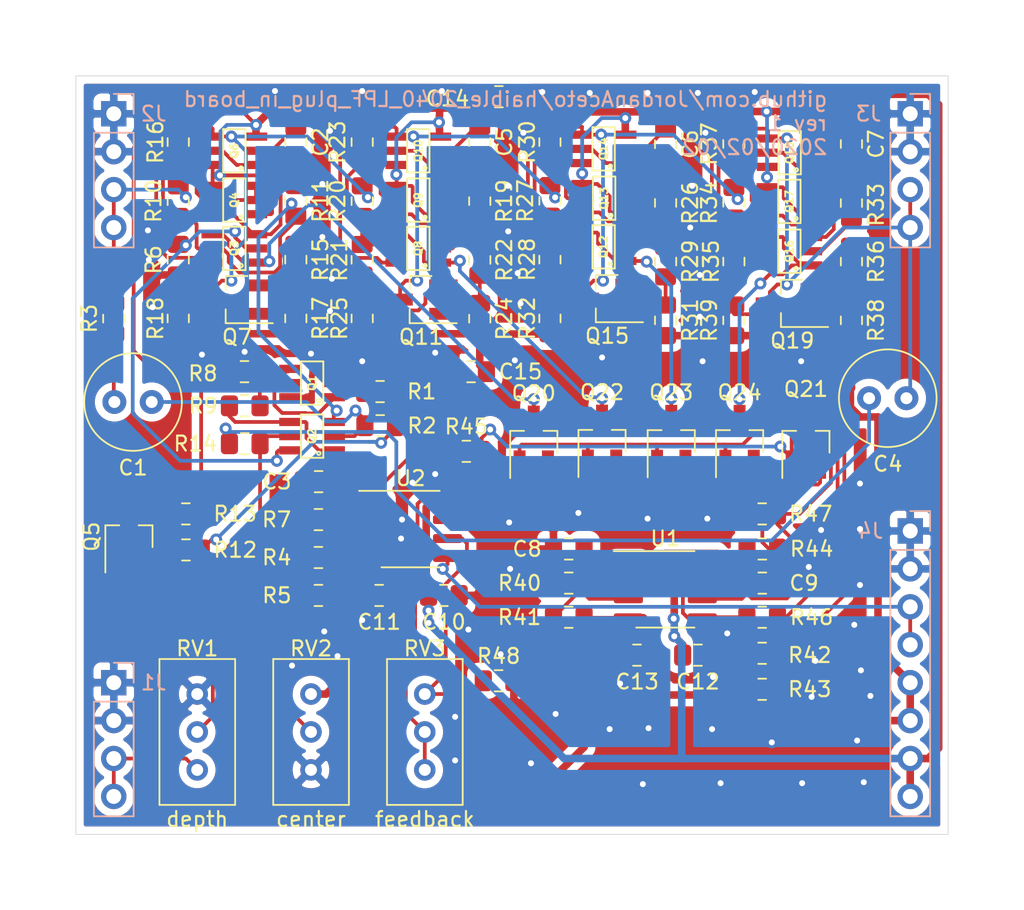
<source format=kicad_pcb>
(kicad_pcb (version 20171130) (host pcbnew 5.1.5-52549c5~84~ubuntu18.04.1)
  (title_block (title "haible 2020 LPF plug-in board") (date 2020-02-02) (rev 1) (comment 1 creativecommons.org/licenses/by/4.0/) (comment 2 "License: CC by 4.0") (comment 3 "Author: Jordan Aceto"))
  (layers (0 F.Cu signal) (31 B.Cu signal) (34 B.Paste user) (35 F.Paste user) (36 B.SilkS user) (37 F.SilkS user) (38 B.Mask user) (39 F.Mask user) (44 Edge.Cuts user))
  (net 0 "")
  (net 1 "Net-(C1-Pad2)")
  (net 2 "Net-(C1-Pad1)")
  (net 3 -12V)
  (net 4 "Net-(C3-Pad1)")
  (net 5 GND)
  (net 6 "Net-(C5-Pad1)")
  (net 7 "Net-(C6-Pad1)")
  (net 8 "Net-(C7-Pad1)")
  (net 9 "Net-(C9-Pad1)")
  (net 10 "Net-(J1-Pad3)")
  (net 11 +12V)
  (net 12 "Net-(J4-Pad3)")
  (net 13 "Net-(Q1-Pad1)")
  (net 14 "Net-(Q1-Pad4)")
  (net 15 "Net-(Q1-Pad2)")
  (net 16 "Net-(Q2-Pad6)")
  (net 17 "Net-(Q2-Pad5)")
  (net 18 "Net-(Q2-Pad1)")
  (net 19 "Net-(Q2-Pad3)")
  (net 20 "Net-(Q5-Pad1)")
  (net 21 "Net-(Q6-Pad1)")
  (net 22 "Net-(Q7-Pad2)")
  (net 23 "Net-(Q7-Pad1)")
  (net 24 "Net-(Q8-Pad2)")
  (net 25 "Net-(Q10-Pad1)")
  (net 26 "Net-(Q11-Pad2)")
  (net 27 "Net-(Q11-Pad1)")
  (net 28 "Net-(Q12-Pad2)")
  (net 29 "Net-(Q14-Pad1)")
  (net 30 "Net-(Q15-Pad2)")
  (net 31 "Net-(Q15-Pad1)")
  (net 32 "Net-(Q16-Pad2)")
  (net 33 "Net-(Q18-Pad1)")
  (net 34 "Net-(Q19-Pad2)")
  (net 35 "Net-(Q19-Pad1)")
  (net 36 "Net-(Q20-Pad2)")
  (net 37 "Net-(Q20-Pad1)")
  (net 38 "Net-(R4-Pad1)")
  (net 39 "Net-(R5-Pad1)")
  (net 40 "Net-(R48-Pad1)")
  (net 41 "Net-(C2-Pad1)")
  (net 42 /bias_current_gen/CV_in)
  (net 43 "Net-(C4-Pad2)")
  (net 44 /LP_stage_1/FB_signal_in)
  (net 45 "Net-(C8-Pad2)")
  (net 46 "Net-(C9-Pad2)")
  (net 47 "Net-(Q21-Pad1)")
  (net 48 /FB_CV)
  (net 49 "Net-(Q8-Pad5)")
  (net 50 "Net-(Q12-Pad5)")
  (net 51 "Net-(Q16-Pad5)")
  (net 52 "Net-(R42-Pad1)")
  (net 53 "Net-(Q3-Pad6)")
  (net 54 "Net-(Q8-Pad6)")
  (net 55 "Net-(Q12-Pad6)")
  (net 56 "Net-(Q16-Pad6)")
  (net 57 /LP_stage_1/LP_in_1)
  (net 58 /LP_stage_1/bias_current_in_1)
  (net 59 /LP_stage_2/LP_in_2)
  (net 60 /LP_stage_2/bias_current_in_2)
  (net 61 /LP_stage_3/LP_in_3)
  (net 62 /LP_stage_3/bias_current_in_3)
  (net 63 /LP_stage_4/LP_in_4)
  (net 64 /LP_stage_4/bias_current_in_4)
  (module Resistor_SMD:R_0805_2012Metric_Pad1.15x1.40mm_HandSolder (layer F.Cu) (at 147.565 105.537)
    (fp_text reference R47 (at 3.2475 0) (layer F.SilkS))
    (fp_text value 100k)
    (pad 1 smd roundrect (at -1.025 0) (size 1.15 1.4) (layers F.Cu F.Paste F.Mask) (roundrect_rratio 0.217391) (net 5 GND))
    (pad 2 smd roundrect (at 1.025 0) (size 1.15 1.4) (layers F.Cu F.Paste F.Mask) (roundrect_rratio 0.217391) (net 9 "Net-(C9-Pad1)"))
  )
  (module Package_TO_SOT_SMD:SOT-23_Handsoldering (layer F.Cu) (at 136.84 100.6715 90)
    (fp_text reference Q22 (at 3.278 0 180) (layer F.SilkS))
    (fp_text value BC847)
    (pad 3 smd rect (at 1.5 0 90) (size 1.9 0.8) (layers F.Cu F.Paste F.Mask) (net 60 /LP_stage_2/bias_current_in_2))
    (pad 2 smd rect (at -1.5 0.95 90) (size 1.9 0.8) (layers F.Cu F.Paste F.Mask) (net 36 "Net-(Q20-Pad2)"))
    (pad 1 smd rect (at -1.5 -0.95 90) (size 1.9 0.8) (layers F.Cu F.Paste F.Mask) (net 37 "Net-(Q20-Pad1)"))
  )
  (module Capacitor_SMD:C_0805_2012Metric_Pad1.15x1.40mm_HandSolder (layer F.Cu) (at 141.097 80.781 270)
    (fp_text reference C6 (at 0 -1.65 90) (layer F.SilkS))
    (fp_text value 1nF)
    (pad 1 smd roundrect (at -1.025 0 270) (size 1.15 1.4) (layers F.Cu F.Paste F.Mask) (roundrect_rratio 0.217391) (net 7 "Net-(C6-Pad1)"))
    (pad 2 smd roundrect (at 1.025 0 270) (size 1.15 1.4) (layers F.Cu F.Paste F.Mask) (roundrect_rratio 0.217391) (net 5 GND))
  )
  (module Resistor_SMD:R_0805_2012Metric_Pad1.15x1.40mm_HandSolder (layer F.Cu) (at 141.097 88.637 270)
    (fp_text reference R29 (at 0 -1.65 90) (layer F.SilkS))
    (fp_text value 120k)
    (pad 2 smd roundrect (at 1.025 0 270) (size 1.15 1.4) (layers F.Cu F.Paste F.Mask) (roundrect_rratio 0.217391) (net 31 "Net-(Q15-Pad1)"))
    (pad 1 smd roundrect (at -1.025 0 270) (size 1.15 1.4) (layers F.Cu F.Paste F.Mask) (roundrect_rratio 0.217391) (net 5 GND))
  )
  (module Resistor_SMD:R_0805_2012Metric_Pad1.15x1.40mm_HandSolder (layer F.Cu) (at 141.097 84.709 90)
    (fp_text reference R26 (at 0 1.651 90) (layer F.SilkS))
    (fp_text value 220)
    (pad 1 smd roundrect (at -1.025 0 90) (size 1.15 1.4) (layers F.Cu F.Paste F.Mask) (roundrect_rratio 0.217391) (net 28 "Net-(Q12-Pad2)"))
    (pad 2 smd roundrect (at 1.025 0 90) (size 1.15 1.4) (layers F.Cu F.Paste F.Mask) (roundrect_rratio 0.217391) (net 5 GND))
  )
  (module Resistor_SMD:R_0805_2012Metric_Pad1.15x1.40mm_HandSolder (layer F.Cu) (at 141.097 92.574 270)
    (fp_text reference R31 (at 0 -1.65 90) (layer F.SilkS))
    (fp_text value 12k)
    (pad 2 smd roundrect (at 1.025 0 270) (size 1.15 1.4) (layers F.Cu F.Paste F.Mask) (roundrect_rratio 0.217391) (net 3 -12V))
    (pad 1 smd roundrect (at -1.025 0 270) (size 1.15 1.4) (layers F.Cu F.Paste F.Mask) (roundrect_rratio 0.217391) (net 31 "Net-(Q15-Pad1)"))
  )
  (module Resistor_SMD:R_0805_2012Metric_Pad1.15x1.40mm_HandSolder (layer F.Cu) (at 128.651 92.465 270)
    (fp_text reference R24 (at 0 -1.65 90) (layer F.SilkS))
    (fp_text value 12k)
    (pad 2 smd roundrect (at 1.025 0 270) (size 1.15 1.4) (layers F.Cu F.Paste F.Mask) (roundrect_rratio 0.217391) (net 3 -12V))
    (pad 1 smd roundrect (at -1.025 0 270) (size 1.15 1.4) (layers F.Cu F.Paste F.Mask) (roundrect_rratio 0.217391) (net 27 "Net-(Q11-Pad1)"))
  )
  (module Resistor_SMD:R_0805_2012Metric_Pad1.15x1.40mm_HandSolder (layer F.Cu) (at 120.777 80.636 270)
    (fp_text reference R23 (at 0.009 1.651 90) (layer F.SilkS))
    (fp_text value 10k)
    (pad 2 smd roundrect (at 1.025 0 270) (size 1.15 1.4) (layers F.Cu F.Paste F.Mask) (roundrect_rratio 0.217391) (net 49 "Net-(Q8-Pad5)"))
    (pad 1 smd roundrect (at -1.025 0 270) (size 1.15 1.4) (layers F.Cu F.Paste F.Mask) (roundrect_rratio 0.217391) (net 61 /LP_stage_3/LP_in_3))
  )
  (module Resistor_SMD:R_0805_2012Metric_Pad1.15x1.40mm_HandSolder (layer F.Cu) (at 120.777 92.447 270)
    (fp_text reference R25 (at 0 1.524 90) (layer F.SilkS))
    (fp_text value 1k2)
    (pad 1 smd roundrect (at -1.025 0 270) (size 1.15 1.4) (layers F.Cu F.Paste F.Mask) (roundrect_rratio 0.217391) (net 26 "Net-(Q11-Pad2)"))
    (pad 2 smd roundrect (at 1.025 0 270) (size 1.15 1.4) (layers F.Cu F.Paste F.Mask) (roundrect_rratio 0.217391) (net 3 -12V))
  )
  (module Resistor_SMD:R_0805_2012Metric_Pad1.15x1.40mm_HandSolder (layer F.Cu) (at 120.777 84.591 90)
    (fp_text reference R20 (at 0 -1.65 90) (layer F.SilkS))
    (fp_text value 10k)
    (pad 1 smd roundrect (at -1.025 0 90) (size 1.15 1.4) (layers F.Cu F.Paste F.Mask) (roundrect_rratio 0.217391) (net 49 "Net-(Q8-Pad5)"))
    (pad 2 smd roundrect (at 1.025 0 90) (size 1.15 1.4) (layers F.Cu F.Paste F.Mask) (roundrect_rratio 0.217391) (net 59 /LP_stage_2/LP_in_2))
  )
  (module Resistor_SMD:R_0805_2012Metric_Pad1.15x1.40mm_HandSolder (layer F.Cu) (at 120.777 88.519 270)
    (fp_text reference R21 (at 0.009 1.524 90) (layer F.SilkS))
    (fp_text value 220)
    (pad 1 smd roundrect (at -1.025 0 270) (size 1.15 1.4) (layers F.Cu F.Paste F.Mask) (roundrect_rratio 0.217391) (net 49 "Net-(Q8-Pad5)"))
    (pad 2 smd roundrect (at 1.025 0 270) (size 1.15 1.4) (layers F.Cu F.Paste F.Mask) (roundrect_rratio 0.217391) (net 5 GND))
  )
  (module Connector_PinHeader_2.54mm:PinHeader_1x08_P2.54mm_Vertical (layer B.Cu) (at 157.48 106.68 180)
    (fp_text reference J4 (at 2.667 0) (layer B.SilkS) (effects (justify mirror)))
    (fp_text value Conn_01x08_Male)
    (pad 8 thru_hole oval (at 0 -17.78 180) (size 1.7 1.7) (drill 1) (layers *.Cu *.Mask) (net 11 +12V))
    (pad 7 thru_hole oval (at 0 -15.24 180) (size 1.7 1.7) (drill 1) (layers *.Cu *.Mask) (net 11 +12V))
    (pad 6 thru_hole oval (at 0 -12.7 180) (size 1.7 1.7) (drill 1) (layers *.Cu *.Mask) (net 3 -12V))
    (pad 5 thru_hole oval (at 0 -10.16 180) (size 1.7 1.7) (drill 1) (layers *.Cu *.Mask) (net 3 -12V))
    (pad 4 thru_hole oval (at 0 -7.62 180) (size 1.7 1.7) (drill 1) (layers *.Cu *.Mask) (net 12 "Net-(J4-Pad3)"))
    (pad 3 thru_hole oval (at 0 -5.08 180) (size 1.7 1.7) (drill 1) (layers *.Cu *.Mask) (net 12 "Net-(J4-Pad3)"))
    (pad 2 thru_hole oval (at 0 -2.54 180) (size 1.7 1.7) (drill 1) (layers *.Cu *.Mask) (net 5 GND))
    (pad 1 thru_hole rect (at 0 0 180) (size 1.7 1.7) (drill 1) (layers *.Cu *.Mask) (net 5 GND))
  )
  (module Connector_PinHeader_2.54mm:PinHeader_1x04_P2.54mm_Vertical (layer B.Cu) (at 157.48 78.74 180)
    (fp_text reference J3 (at 2.794 0) (layer B.SilkS) (effects (justify mirror)))
    (fp_text value Conn_01x04_Male)
    (pad 4 thru_hole oval (at 0 -7.62 180) (size 1.7 1.7) (drill 1) (layers *.Cu *.Mask) (net 44 /LP_stage_1/FB_signal_in))
    (pad 3 thru_hole oval (at 0 -5.08 180) (size 1.7 1.7) (drill 1) (layers *.Cu *.Mask) (net 44 /LP_stage_1/FB_signal_in))
    (pad 2 thru_hole oval (at 0 -2.54 180) (size 1.7 1.7) (drill 1) (layers *.Cu *.Mask) (net 5 GND))
    (pad 1 thru_hole rect (at 0 0 180) (size 1.7 1.7) (drill 1) (layers *.Cu *.Mask) (net 5 GND))
  )
  (module Connector_PinHeader_2.54mm:PinHeader_1x04_P2.54mm_Vertical (layer B.Cu) (at 104.14 78.74 180)
    (fp_text reference J2 (at -2.667 0) (layer B.SilkS) (effects (justify mirror)))
    (fp_text value Conn_01x04_Male)
    (pad 4 thru_hole oval (at 0 -7.62 180) (size 1.7 1.7) (drill 1) (layers *.Cu *.Mask) (net 57 /LP_stage_1/LP_in_1))
    (pad 3 thru_hole oval (at 0 -5.08 180) (size 1.7 1.7) (drill 1) (layers *.Cu *.Mask) (net 57 /LP_stage_1/LP_in_1))
    (pad 2 thru_hole oval (at 0 -2.54 180) (size 1.7 1.7) (drill 1) (layers *.Cu *.Mask) (net 5 GND))
    (pad 1 thru_hole rect (at 0 0 180) (size 1.7 1.7) (drill 1) (layers *.Cu *.Mask) (net 5 GND))
  )
  (module Connector_PinHeader_2.54mm:PinHeader_1x04_P2.54mm_Vertical (layer B.Cu) (at 104.14 116.84 180)
    (fp_text reference J1 (at -2.667 0) (layer B.SilkS) (effects (justify mirror)))
    (fp_text value Conn_01x04_Male)
    (pad 4 thru_hole oval (at 0 -7.62 180) (size 1.7 1.7) (drill 1) (layers *.Cu *.Mask) (net 10 "Net-(J1-Pad3)"))
    (pad 3 thru_hole oval (at 0 -5.08 180) (size 1.7 1.7) (drill 1) (layers *.Cu *.Mask) (net 10 "Net-(J1-Pad3)"))
    (pad 2 thru_hole oval (at 0 -2.54 180) (size 1.7 1.7) (drill 1) (layers *.Cu *.Mask) (net 5 GND))
    (pad 1 thru_hole rect (at 0 0 180) (size 1.7 1.7) (drill 1) (layers *.Cu *.Mask) (net 5 GND))
  )
  (module Capacitor_THT:C_Radial_D6.3mm_H11.0mm_P2.50mm (layer F.Cu) (at 106.68 98.044 180)
    (fp_text reference C1 (at 1.25 -4.4) (layer F.SilkS))
    (fp_text value 10uF)
    (pad 1 thru_hole circle (at 0 0 180) (size 1.6 1.6) (drill 0.8) (layers *.Cu *.Mask) (net 2 "Net-(C1-Pad1)"))
    (pad 2 thru_hole circle (at 2.5 0 180) (size 1.6 1.6) (drill 0.8) (layers *.Cu *.Mask) (net 1 "Net-(C1-Pad2)"))
  )
  (module Capacitor_SMD:C_0805_2012Metric_Pad1.15x1.40mm_HandSolder (layer F.Cu) (at 116.332 80.636 270)
    (fp_text reference C2 (at 0 -1.65 90) (layer F.SilkS))
    (fp_text value 1nF)
    (pad 2 smd roundrect (at 1.025 0 270) (size 1.15 1.4) (layers F.Cu F.Paste F.Mask) (roundrect_rratio 0.217391) (net 5 GND))
    (pad 1 smd roundrect (at -1.025 0 270) (size 1.15 1.4) (layers F.Cu F.Paste F.Mask) (roundrect_rratio 0.217391) (net 41 "Net-(C2-Pad1)"))
  )
  (module Capacitor_SMD:C_0805_2012Metric_Pad1.15x1.40mm_HandSolder (layer F.Cu) (at 117.856 103.378 180)
    (fp_text reference C3 (at 2.794 0) (layer F.SilkS))
    (fp_text value 470pF)
    (pad 1 smd roundrect (at -1.025 0 180) (size 1.15 1.4) (layers F.Cu F.Paste F.Mask) (roundrect_rratio 0.217391) (net 4 "Net-(C3-Pad1)"))
    (pad 2 smd roundrect (at 1.025 0 180) (size 1.15 1.4) (layers F.Cu F.Paste F.Mask) (roundrect_rratio 0.217391) (net 42 /bias_current_gen/CV_in))
  )
  (module Capacitor_THT:C_Radial_D6.3mm_H11.0mm_P2.50mm (layer F.Cu) (at 157.226 97.79 180)
    (fp_text reference C4 (at 1.25 -4.4) (layer F.SilkS))
    (fp_text value 10uF)
    (pad 2 thru_hole circle (at 2.5 0 180) (size 1.6 1.6) (drill 0.8) (layers *.Cu *.Mask) (net 43 "Net-(C4-Pad2)"))
    (pad 1 thru_hole circle (at 0 0 180) (size 1.6 1.6) (drill 0.8) (layers *.Cu *.Mask) (net 44 /LP_stage_1/FB_signal_in))
  )
  (module Capacitor_SMD:C_0805_2012Metric_Pad1.15x1.40mm_HandSolder (layer F.Cu) (at 128.651 80.636 270)
    (fp_text reference C5 (at 0 -1.65 90) (layer F.SilkS))
    (fp_text value 1nF)
    (pad 2 smd roundrect (at 1.025 0 270) (size 1.15 1.4) (layers F.Cu F.Paste F.Mask) (roundrect_rratio 0.217391) (net 5 GND))
    (pad 1 smd roundrect (at -1.025 0 270) (size 1.15 1.4) (layers F.Cu F.Paste F.Mask) (roundrect_rratio 0.217391) (net 6 "Net-(C5-Pad1)"))
  )
  (module Capacitor_SMD:C_0805_2012Metric_Pad1.15x1.40mm_HandSolder (layer F.Cu) (at 153.543 80.763 270)
    (fp_text reference C7 (at 0 -1.65 90) (layer F.SilkS))
    (fp_text value 1nF)
    (pad 1 smd roundrect (at -1.025 0 270) (size 1.15 1.4) (layers F.Cu F.Paste F.Mask) (roundrect_rratio 0.217391) (net 8 "Net-(C7-Pad1)"))
    (pad 2 smd roundrect (at 1.025 0 270) (size 1.15 1.4) (layers F.Cu F.Paste F.Mask) (roundrect_rratio 0.217391) (net 5 GND))
  )
  (module Capacitor_SMD:C_0805_2012Metric_Pad1.15x1.40mm_HandSolder (layer F.Cu) (at 134.611 107.8865)
    (fp_text reference C8 (at -2.785 0) (layer F.SilkS))
    (fp_text value 22uF)
    (pad 1 smd roundrect (at -1.025 0) (size 1.15 1.4) (layers F.Cu F.Paste F.Mask) (roundrect_rratio 0.217391) (net 5 GND))
    (pad 2 smd roundrect (at 1.025 0) (size 1.15 1.4) (layers F.Cu F.Paste F.Mask) (roundrect_rratio 0.217391) (net 45 "Net-(C8-Pad2)"))
  )
  (module Capacitor_SMD:C_0805_2012Metric_Pad1.15x1.40mm_HandSolder (layer F.Cu) (at 147.574 110.1725)
    (fp_text reference C9 (at 2.794 0) (layer F.SilkS))
    (fp_text value 2n2)
    (pad 2 smd roundrect (at 1.025 0) (size 1.15 1.4) (layers F.Cu F.Paste F.Mask) (roundrect_rratio 0.217391) (net 46 "Net-(C9-Pad2)"))
    (pad 1 smd roundrect (at -1.025 0) (size 1.15 1.4) (layers F.Cu F.Paste F.Mask) (roundrect_rratio 0.217391) (net 9 "Net-(C9-Pad1)"))
  )
  (module Capacitor_SMD:C_0805_2012Metric_Pad1.15x1.40mm_HandSolder (layer F.Cu) (at 126.247 110.998)
    (fp_text reference C10 (at 0.009 1.778) (layer F.SilkS))
    (fp_text value 100nF)
    (pad 2 smd roundrect (at 1.025 0) (size 1.15 1.4) (layers F.Cu F.Paste F.Mask) (roundrect_rratio 0.217391) (net 5 GND))
    (pad 1 smd roundrect (at -1.025 0) (size 1.15 1.4) (layers F.Cu F.Paste F.Mask) (roundrect_rratio 0.217391) (net 11 +12V))
  )
  (module Capacitor_SMD:C_0805_2012Metric_Pad1.15x1.40mm_HandSolder (layer F.Cu) (at 121.911 110.998)
    (fp_text reference C11 (at 0 1.778) (layer F.SilkS))
    (fp_text value 100nF)
    (pad 1 smd roundrect (at -1.025 0) (size 1.15 1.4) (layers F.Cu F.Paste F.Mask) (roundrect_rratio 0.217391) (net 5 GND))
    (pad 2 smd roundrect (at 1.025 0) (size 1.15 1.4) (layers F.Cu F.Paste F.Mask) (roundrect_rratio 0.217391) (net 3 -12V))
  )
  (module Capacitor_SMD:C_0805_2012Metric_Pad1.15x1.40mm_HandSolder (layer F.Cu) (at 143.265 114.9985)
    (fp_text reference C12 (at 0 1.778) (layer F.SilkS))
    (fp_text value 100nF)
    (pad 2 smd roundrect (at 1.025 0) (size 1.15 1.4) (layers F.Cu F.Paste F.Mask) (roundrect_rratio 0.217391) (net 5 GND))
    (pad 1 smd roundrect (at -1.025 0) (size 1.15 1.4) (layers F.Cu F.Paste F.Mask) (roundrect_rratio 0.217391) (net 11 +12V))
  )
  (module Capacitor_SMD:C_0805_2012Metric_Pad1.15x1.40mm_HandSolder (layer F.Cu) (at 139.183 114.9985)
    (fp_text reference C13 (at 0.009 1.778) (layer F.SilkS))
    (fp_text value 100nF)
    (pad 1 smd roundrect (at -1.025 0) (size 1.15 1.4) (layers F.Cu F.Paste F.Mask) (roundrect_rratio 0.217391) (net 5 GND))
    (pad 2 smd roundrect (at 1.025 0) (size 1.15 1.4) (layers F.Cu F.Paste F.Mask) (roundrect_rratio 0.217391) (net 3 -12V))
  )
  (module Capacitor_SMD:C_0805_2012Metric_Pad1.15x1.40mm_HandSolder (layer F.Cu) (at 129.93 77.597)
    (fp_text reference C14 (at -3.438 0.127) (layer F.SilkS))
    (fp_text value 100nF)
    (pad 2 smd roundrect (at 1.025 0) (size 1.15 1.4) (layers F.Cu F.Paste F.Mask) (roundrect_rratio 0.217391) (net 5 GND))
    (pad 1 smd roundrect (at -1.025 0) (size 1.15 1.4) (layers F.Cu F.Paste F.Mask) (roundrect_rratio 0.217391) (net 11 +12V))
  )
  (module Capacitor_SMD:C_0805_2012Metric_Pad1.15x1.40mm_HandSolder (layer F.Cu) (at 128.0705 96.012)
    (fp_text reference C15 (at 3.311 0) (layer F.SilkS))
    (fp_text value 100nF)
    (pad 1 smd roundrect (at -1.025 0) (size 1.15 1.4) (layers F.Cu F.Paste F.Mask) (roundrect_rratio 0.217391) (net 5 GND))
    (pad 2 smd roundrect (at 1.025 0) (size 1.15 1.4) (layers F.Cu F.Paste F.Mask) (roundrect_rratio 0.217391) (net 3 -12V))
  )
  (module Package_TO_SOT_SMD:SOT-23_Handsoldering (layer F.Cu) (at 105.156 107.061 90)
    (fp_text reference Q5 (at 0 -2.5 270) (layer F.SilkS))
    (fp_text value BC847)
    (pad 1 smd rect (at -1.5 -0.95 90) (size 1.9 0.8) (layers F.Cu F.Paste F.Mask) (net 20 "Net-(Q5-Pad1)"))
    (pad 2 smd rect (at -1.5 0.95 90) (size 1.9 0.8) (layers F.Cu F.Paste F.Mask) (net 5 GND))
    (pad 3 smd rect (at 1.5 0 90) (size 1.9 0.8) (layers F.Cu F.Paste F.Mask) (net 20 "Net-(Q5-Pad1)"))
  )
  (module Package_TO_SOT_SMD:SOT-23_Handsoldering (layer F.Cu) (at 112.395 91.186 180)
    (fp_text reference Q7 (at 0 -2.5) (layer F.SilkS))
    (fp_text value BC847)
    (pad 3 smd rect (at 1.5 0 180) (size 1.9 0.8) (layers F.Cu F.Paste F.Mask) (net 59 /LP_stage_2/LP_in_2))
    (pad 2 smd rect (at -1.5 0.95 180) (size 1.9 0.8) (layers F.Cu F.Paste F.Mask) (net 22 "Net-(Q7-Pad2)"))
    (pad 1 smd rect (at -1.5 -0.95 180) (size 1.9 0.8) (layers F.Cu F.Paste F.Mask) (net 23 "Net-(Q7-Pad1)"))
  )
  (module Package_TO_SOT_SMD:SOT-23_Handsoldering (layer F.Cu) (at 124.714 91.186 180)
    (fp_text reference Q11 (at 0 -2.5) (layer F.SilkS))
    (fp_text value BC847)
    (pad 3 smd rect (at 1.5 0 180) (size 1.9 0.8) (layers F.Cu F.Paste F.Mask) (net 61 /LP_stage_3/LP_in_3))
    (pad 2 smd rect (at -1.5 0.95 180) (size 1.9 0.8) (layers F.Cu F.Paste F.Mask) (net 26 "Net-(Q11-Pad2)"))
    (pad 1 smd rect (at -1.5 -0.95 180) (size 1.9 0.8) (layers F.Cu F.Paste F.Mask) (net 27 "Net-(Q11-Pad1)"))
  )
  (module Package_TO_SOT_SMD:SOT-23_Handsoldering (layer F.Cu) (at 137.184 91.12 180)
    (fp_text reference Q15 (at 0 -2.5) (layer F.SilkS))
    (fp_text value BC847)
    (pad 1 smd rect (at -1.5 -0.95 180) (size 1.9 0.8) (layers F.Cu F.Paste F.Mask) (net 31 "Net-(Q15-Pad1)"))
    (pad 2 smd rect (at -1.5 0.95 180) (size 1.9 0.8) (layers F.Cu F.Paste F.Mask) (net 30 "Net-(Q15-Pad2)"))
    (pad 3 smd rect (at 1.5 0 180) (size 1.9 0.8) (layers F.Cu F.Paste F.Mask) (net 63 /LP_stage_4/LP_in_4))
  )
  (module Package_TO_SOT_SMD:SOT-23_Handsoldering (layer F.Cu) (at 149.582 91.44 180)
    (fp_text reference Q19 (at 0 -2.5) (layer F.SilkS))
    (fp_text value BC847)
    (pad 1 smd rect (at -1.5 -0.95 180) (size 1.9 0.8) (layers F.Cu F.Paste F.Mask) (net 35 "Net-(Q19-Pad1)"))
    (pad 2 smd rect (at -1.5 0.95 180) (size 1.9 0.8) (layers F.Cu F.Paste F.Mask) (net 34 "Net-(Q19-Pad2)"))
    (pad 3 smd rect (at 1.5 0 180) (size 1.9 0.8) (layers F.Cu F.Paste F.Mask) (net 44 /LP_stage_1/FB_signal_in))
  )
  (module Package_TO_SOT_SMD:SOT-23_Handsoldering (layer F.Cu) (at 132.268 100.735 90)
    (fp_text reference Q20 (at 3.278 0 180) (layer F.SilkS))
    (fp_text value BC847)
    (pad 1 smd rect (at -1.5 -0.95 90) (size 1.9 0.8) (layers F.Cu F.Paste F.Mask) (net 37 "Net-(Q20-Pad1)"))
    (pad 2 smd rect (at -1.5 0.95 90) (size 1.9 0.8) (layers F.Cu F.Paste F.Mask) (net 36 "Net-(Q20-Pad2)"))
    (pad 3 smd rect (at 1.5 0 90) (size 1.9 0.8) (layers F.Cu F.Paste F.Mask) (net 58 /LP_stage_1/bias_current_in_1))
  )
  (module Package_TO_SOT_SMD:SOT-23_Handsoldering (layer F.Cu) (at 150.4925 100.735 90)
    (fp_text reference Q21 (at 3.556 0 180) (layer F.SilkS))
    (fp_text value BC847)
    (pad 3 smd rect (at 1.5 0 90) (size 1.9 0.8) (layers F.Cu F.Paste F.Mask) (net 9 "Net-(C9-Pad1)"))
    (pad 2 smd rect (at -1.5 0.95 90) (size 1.9 0.8) (layers F.Cu F.Paste F.Mask) (net 36 "Net-(Q20-Pad2)"))
    (pad 1 smd rect (at -1.5 -0.95 90) (size 1.9 0.8) (layers F.Cu F.Paste F.Mask) (net 47 "Net-(Q21-Pad1)"))
  )
  (module Package_TO_SOT_SMD:SOT-23_Handsoldering (layer F.Cu) (at 141.4755 100.687 90)
    (fp_text reference Q23 (at 3.278 0 180) (layer F.SilkS))
    (fp_text value BC847)
    (pad 3 smd rect (at 1.5 0 90) (size 1.9 0.8) (layers F.Cu F.Paste F.Mask) (net 62 /LP_stage_3/bias_current_in_3))
    (pad 2 smd rect (at -1.5 0.95 90) (size 1.9 0.8) (layers F.Cu F.Paste F.Mask) (net 36 "Net-(Q20-Pad2)"))
    (pad 1 smd rect (at -1.5 -0.95 90) (size 1.9 0.8) (layers F.Cu F.Paste F.Mask) (net 37 "Net-(Q20-Pad1)"))
  )
  (module Package_TO_SOT_SMD:SOT-23_Handsoldering (layer F.Cu) (at 146.0525 100.687 90)
    (fp_text reference Q24 (at 3.278 0 180) (layer F.SilkS))
    (fp_text value BC847)
    (pad 1 smd rect (at -1.5 -0.95 90) (size 1.9 0.8) (layers F.Cu F.Paste F.Mask) (net 37 "Net-(Q20-Pad1)"))
    (pad 2 smd rect (at -1.5 0.95 90) (size 1.9 0.8) (layers F.Cu F.Paste F.Mask) (net 36 "Net-(Q20-Pad2)"))
    (pad 3 smd rect (at 1.5 0 90) (size 1.9 0.8) (layers F.Cu F.Paste F.Mask) (net 64 /LP_stage_4/bias_current_in_4))
  )
  (module Resistor_SMD:R_0805_2012Metric_Pad1.15x1.40mm_HandSolder (layer F.Cu) (at 121.9745 97.3455)
    (fp_text reference R1 (at 2.785 0) (layer F.SilkS))
    (fp_text value 1k)
    (pad 1 smd roundrect (at -1.025 0) (size 1.15 1.4) (layers F.Cu F.Paste F.Mask) (roundrect_rratio 0.217391) (net 15 "Net-(Q1-Pad2)"))
    (pad 2 smd roundrect (at 1.025 0) (size 1.15 1.4) (layers F.Cu F.Paste F.Mask) (roundrect_rratio 0.217391) (net 48 /FB_CV))
  )
  (module Resistor_SMD:R_0805_2012Metric_Pad1.15x1.40mm_HandSolder (layer F.Cu) (at 121.9835 99.6315 180)
    (fp_text reference R2 (at -2.794 0) (layer F.SilkS))
    (fp_text value 1k)
    (pad 2 smd roundrect (at 1.025 0 180) (size 1.15 1.4) (layers F.Cu F.Paste F.Mask) (roundrect_rratio 0.217391) (net 2 "Net-(C1-Pad1)"))
    (pad 1 smd roundrect (at -1.025 0 180) (size 1.15 1.4) (layers F.Cu F.Paste F.Mask) (roundrect_rratio 0.217391) (net 20 "Net-(Q5-Pad1)"))
  )
  (module Resistor_SMD:R_0805_2012Metric_Pad1.15x1.40mm_HandSolder (layer F.Cu) (at 104.14 92.456 90)
    (fp_text reference R3 (at 0 -1.65 90) (layer F.SilkS))
    (fp_text value 51k)
    (pad 1 smd roundrect (at -1.025 0 90) (size 1.15 1.4) (layers F.Cu F.Paste F.Mask) (roundrect_rratio 0.217391) (net 1 "Net-(C1-Pad2)"))
    (pad 2 smd roundrect (at 1.025 0 90) (size 1.15 1.4) (layers F.Cu F.Paste F.Mask) (roundrect_rratio 0.217391) (net 57 /LP_stage_1/LP_in_1))
  )
  (module Resistor_SMD:R_0805_2012Metric_Pad1.15x1.40mm_HandSolder (layer F.Cu) (at 117.847 108.458)
    (fp_text reference R4 (at -2.794 0) (layer F.SilkS))
    (fp_text value 100k)
    (pad 1 smd roundrect (at -1.025 0) (size 1.15 1.4) (layers F.Cu F.Paste F.Mask) (roundrect_rratio 0.217391) (net 38 "Net-(R4-Pad1)"))
    (pad 2 smd roundrect (at 1.025 0) (size 1.15 1.4) (layers F.Cu F.Paste F.Mask) (roundrect_rratio 0.217391) (net 4 "Net-(C3-Pad1)"))
  )
  (module Resistor_SMD:R_0805_2012Metric_Pad1.15x1.40mm_HandSolder (layer F.Cu) (at 117.847 110.998)
    (fp_text reference R5 (at -2.785 0) (layer F.SilkS))
    (fp_text value 560k)
    (pad 2 smd roundrect (at 1.025 0) (size 1.15 1.4) (layers F.Cu F.Paste F.Mask) (roundrect_rratio 0.217391) (net 4 "Net-(C3-Pad1)"))
    (pad 1 smd roundrect (at -1.025 0) (size 1.15 1.4) (layers F.Cu F.Paste F.Mask) (roundrect_rratio 0.217391) (net 39 "Net-(R5-Pad1)"))
  )
  (module Resistor_SMD:R_0805_2012Metric_Pad1.15x1.40mm_HandSolder (layer F.Cu) (at 108.458 88.51 270)
    (fp_text reference R6 (at 0.009 1.651 90) (layer F.SilkS))
    (fp_text value 220)
    (pad 2 smd roundrect (at 1.025 0 270) (size 1.15 1.4) (layers F.Cu F.Paste F.Mask) (roundrect_rratio 0.217391) (net 5 GND))
    (pad 1 smd roundrect (at -1.025 0 270) (size 1.15 1.4) (layers F.Cu F.Paste F.Mask) (roundrect_rratio 0.217391) (net 16 "Net-(Q2-Pad6)"))
  )
  (module Resistor_SMD:R_0805_2012Metric_Pad1.15x1.40mm_HandSolder (layer F.Cu) (at 117.847 105.918 180)
    (fp_text reference R7 (at 2.803 0) (layer F.SilkS))
    (fp_text value 560k)
    (pad 1 smd roundrect (at -1.025 0 180) (size 1.15 1.4) (layers F.Cu F.Paste F.Mask) (roundrect_rratio 0.217391) (net 4 "Net-(C3-Pad1)"))
    (pad 2 smd roundrect (at 1.025 0 180) (size 1.15 1.4) (layers F.Cu F.Paste F.Mask) (roundrect_rratio 0.217391) (net 42 /bias_current_gen/CV_in))
  )
  (module Resistor_SMD:R_0805_2012Metric_Pad1.15x1.40mm_HandSolder (layer F.Cu) (at 112.894 96.012)
    (fp_text reference R8 (at -2.785 0.127) (layer F.SilkS))
    (fp_text value 3k3)
    (pad 2 smd roundrect (at 1.025 0) (size 1.15 1.4) (layers F.Cu F.Paste F.Mask) (roundrect_rratio 0.217391) (net 14 "Net-(Q1-Pad4)"))
    (pad 1 smd roundrect (at -1.025 0) (size 1.15 1.4) (layers F.Cu F.Paste F.Mask) (roundrect_rratio 0.217391) (net 11 +12V))
  )
  (module Resistor_SMD:R_0805_2012Metric_Pad1.15x1.40mm_HandSolder (layer F.Cu) (at 112.912 98.298 180)
    (fp_text reference R9 (at 2.785 0) (layer F.SilkS))
    (fp_text value 15k)
    (pad 1 smd roundrect (at -1.025 0 180) (size 1.15 1.4) (layers F.Cu F.Paste F.Mask) (roundrect_rratio 0.217391) (net 14 "Net-(Q1-Pad4)"))
    (pad 2 smd roundrect (at 1.025 0 180) (size 1.15 1.4) (layers F.Cu F.Paste F.Mask) (roundrect_rratio 0.217391) (net 18 "Net-(Q2-Pad1)"))
  )
  (module Resistor_SMD:R_0805_2012Metric_Pad1.15x1.40mm_HandSolder (layer F.Cu) (at 108.458 84.591 90)
    (fp_text reference R10 (at 0 -1.65 90) (layer F.SilkS))
    (fp_text value 10k)
    (pad 1 smd roundrect (at -1.025 0 90) (size 1.15 1.4) (layers F.Cu F.Paste F.Mask) (roundrect_rratio 0.217391) (net 19 "Net-(Q2-Pad3)"))
    (pad 2 smd roundrect (at 1.025 0 90) (size 1.15 1.4) (layers F.Cu F.Paste F.Mask) (roundrect_rratio 0.217391) (net 57 /LP_stage_1/LP_in_1))
  )
  (module Resistor_SMD:R_0805_2012Metric_Pad1.15x1.40mm_HandSolder (layer F.Cu) (at 116.332 84.573 90)
    (fp_text reference R11 (at 0 1.651 90) (layer F.SilkS))
    (fp_text value 220)
    (pad 1 smd roundrect (at -1.025 0 90) (size 1.15 1.4) (layers F.Cu F.Paste F.Mask) (roundrect_rratio 0.217391) (net 19 "Net-(Q2-Pad3)"))
    (pad 2 smd roundrect (at 1.025 0 90) (size 1.15 1.4) (layers F.Cu F.Paste F.Mask) (roundrect_rratio 0.217391) (net 5 GND))
  )
  (module Resistor_SMD:R_0805_2012Metric_Pad1.15x1.40mm_HandSolder (layer F.Cu) (at 108.975 107.95 180)
    (fp_text reference R12 (at -3.302 0) (layer F.SilkS))
    (fp_text value 1k)
    (pad 2 smd roundrect (at 1.025 0 180) (size 1.15 1.4) (layers F.Cu F.Paste F.Mask) (roundrect_rratio 0.217391) (net 17 "Net-(Q2-Pad5)"))
    (pad 1 smd roundrect (at -1.025 0 180) (size 1.15 1.4) (layers F.Cu F.Paste F.Mask) (roundrect_rratio 0.217391) (net 20 "Net-(Q5-Pad1)"))
  )
  (module Resistor_SMD:R_0805_2012Metric_Pad1.15x1.40mm_HandSolder (layer F.Cu) (at 108.966 105.537 180)
    (fp_text reference R13 (at -3.302 0) (layer F.SilkS))
    (fp_text value 12k)
    (pad 2 smd roundrect (at 1.025 0 180) (size 1.15 1.4) (layers F.Cu F.Paste F.Mask) (roundrect_rratio 0.217391) (net 20 "Net-(Q5-Pad1)"))
    (pad 1 smd roundrect (at -1.025 0 180) (size 1.15 1.4) (layers F.Cu F.Paste F.Mask) (roundrect_rratio 0.217391) (net 11 +12V))
  )
  (module Resistor_SMD:R_0805_2012Metric_Pad1.15x1.40mm_HandSolder (layer F.Cu) (at 112.912 100.838)
    (fp_text reference R14 (at -3.311 0) (layer F.SilkS))
    (fp_text value 20k)
    (pad 1 smd roundrect (at -1.025 0) (size 1.15 1.4) (layers F.Cu F.Paste F.Mask) (roundrect_rratio 0.217391) (net 43 "Net-(C4-Pad2)"))
    (pad 2 smd roundrect (at 1.025 0) (size 1.15 1.4) (layers F.Cu F.Paste F.Mask) (roundrect_rratio 0.217391) (net 17 "Net-(Q2-Pad5)"))
  )
  (module Resistor_SMD:R_0805_2012Metric_Pad1.15x1.40mm_HandSolder (layer F.Cu) (at 116.332 88.51 270)
    (fp_text reference R15 (at 0 -1.65 90) (layer F.SilkS))
    (fp_text value 120k)
    (pad 2 smd roundrect (at 1.025 0 270) (size 1.15 1.4) (layers F.Cu F.Paste F.Mask) (roundrect_rratio 0.217391) (net 23 "Net-(Q7-Pad1)"))
    (pad 1 smd roundrect (at -1.025 0 270) (size 1.15 1.4) (layers F.Cu F.Paste F.Mask) (roundrect_rratio 0.217391) (net 5 GND))
  )
  (module Resistor_SMD:R_0805_2012Metric_Pad1.15x1.40mm_HandSolder (layer F.Cu) (at 108.458 80.636 270)
    (fp_text reference R16 (at 0.009 1.524 90) (layer F.SilkS))
    (fp_text value 10k)
    (pad 2 smd roundrect (at 1.025 0 270) (size 1.15 1.4) (layers F.Cu F.Paste F.Mask) (roundrect_rratio 0.217391) (net 19 "Net-(Q2-Pad3)"))
    (pad 1 smd roundrect (at -1.025 0 270) (size 1.15 1.4) (layers F.Cu F.Paste F.Mask) (roundrect_rratio 0.217391) (net 59 /LP_stage_2/LP_in_2))
  )
  (module Resistor_SMD:R_0805_2012Metric_Pad1.15x1.40mm_HandSolder (layer F.Cu) (at 116.332 92.447 270)
    (fp_text reference R17 (at 0 -1.65 90) (layer F.SilkS))
    (fp_text value 12k)
    (pad 2 smd roundrect (at 1.025 0 270) (size 1.15 1.4) (layers F.Cu F.Paste F.Mask) (roundrect_rratio 0.217391) (net 3 -12V))
    (pad 1 smd roundrect (at -1.025 0 270) (size 1.15 1.4) (layers F.Cu F.Paste F.Mask) (roundrect_rratio 0.217391) (net 23 "Net-(Q7-Pad1)"))
  )
  (module Resistor_SMD:R_0805_2012Metric_Pad1.15x1.40mm_HandSolder (layer F.Cu) (at 108.458 92.447 270)
    (fp_text reference R18 (at 0.009 1.524 90) (layer F.SilkS))
    (fp_text value 1k2)
    (pad 1 smd roundrect (at -1.025 0 270) (size 1.15 1.4) (layers F.Cu F.Paste F.Mask) (roundrect_rratio 0.217391) (net 22 "Net-(Q7-Pad2)"))
    (pad 2 smd roundrect (at 1.025 0 270) (size 1.15 1.4) (layers F.Cu F.Paste F.Mask) (roundrect_rratio 0.217391) (net 3 -12V))
  )
  (module Resistor_SMD:R_0805_2012Metric_Pad1.15x1.40mm_HandSolder (layer F.Cu) (at 128.651 84.591 90)
    (fp_text reference R19 (at 0 1.642 90) (layer F.SilkS))
    (fp_text value 220)
    (pad 1 smd roundrect (at -1.025 0 90) (size 1.15 1.4) (layers F.Cu F.Paste F.Mask) (roundrect_rratio 0.217391) (net 24 "Net-(Q8-Pad2)"))
    (pad 2 smd roundrect (at 1.025 0 90) (size 1.15 1.4) (layers F.Cu F.Paste F.Mask) (roundrect_rratio 0.217391) (net 5 GND))
  )
  (module Resistor_SMD:R_0805_2012Metric_Pad1.15x1.40mm_HandSolder (layer F.Cu) (at 128.651 88.528 270)
    (fp_text reference R22 (at 0 -1.65 90) (layer F.SilkS))
    (fp_text value 120k)
    (pad 2 smd roundrect (at 1.025 0 270) (size 1.15 1.4) (layers F.Cu F.Paste F.Mask) (roundrect_rratio 0.217391) (net 27 "Net-(Q11-Pad1)"))
    (pad 1 smd roundrect (at -1.025 0 270) (size 1.15 1.4) (layers F.Cu F.Paste F.Mask) (roundrect_rratio 0.217391) (net 5 GND))
  )
  (module Resistor_SMD:R_0805_2012Metric_Pad1.15x1.40mm_HandSolder (layer F.Cu) (at 133.35 84.573 90)
    (fp_text reference R27 (at 0 -1.65 90) (layer F.SilkS))
    (fp_text value 10k)
    (pad 2 smd roundrect (at 1.025 0 90) (size 1.15 1.4) (layers F.Cu F.Paste F.Mask) (roundrect_rratio 0.217391) (net 61 /LP_stage_3/LP_in_3))
    (pad 1 smd roundrect (at -1.025 0 90) (size 1.15 1.4) (layers F.Cu F.Paste F.Mask) (roundrect_rratio 0.217391) (net 50 "Net-(Q12-Pad5)"))
  )
  (module Resistor_SMD:R_0805_2012Metric_Pad1.15x1.40mm_HandSolder (layer F.Cu) (at 133.35 88.51 270)
    (fp_text reference R28 (at -0.009 1.524 90) (layer F.SilkS))
    (fp_text value 220)
    (pad 2 smd roundrect (at 1.025 0 270) (size 1.15 1.4) (layers F.Cu F.Paste F.Mask) (roundrect_rratio 0.217391) (net 5 GND))
    (pad 1 smd roundrect (at -1.025 0 270) (size 1.15 1.4) (layers F.Cu F.Paste F.Mask) (roundrect_rratio 0.217391) (net 50 "Net-(Q12-Pad5)"))
  )
  (module Resistor_SMD:R_0805_2012Metric_Pad1.15x1.40mm_HandSolder (layer F.Cu) (at 133.35 80.636 270)
    (fp_text reference R30 (at 0 1.524 90) (layer F.SilkS))
    (fp_text value 10k)
    (pad 2 smd roundrect (at 1.025 0 270) (size 1.15 1.4) (layers F.Cu F.Paste F.Mask) (roundrect_rratio 0.217391) (net 50 "Net-(Q12-Pad5)"))
    (pad 1 smd roundrect (at -1.025 0 270) (size 1.15 1.4) (layers F.Cu F.Paste F.Mask) (roundrect_rratio 0.217391) (net 63 /LP_stage_4/LP_in_4))
  )
  (module Resistor_SMD:R_0805_2012Metric_Pad1.15x1.40mm_HandSolder (layer F.Cu) (at 133.35 92.447 270)
    (fp_text reference R32 (at 0 1.524 90) (layer F.SilkS))
    (fp_text value 1k2)
    (pad 1 smd roundrect (at -1.025 0 270) (size 1.15 1.4) (layers F.Cu F.Paste F.Mask) (roundrect_rratio 0.217391) (net 30 "Net-(Q15-Pad2)"))
    (pad 2 smd roundrect (at 1.025 0 270) (size 1.15 1.4) (layers F.Cu F.Paste F.Mask) (roundrect_rratio 0.217391) (net 3 -12V))
  )
  (module Resistor_SMD:R_0805_2012Metric_Pad1.15x1.40mm_HandSolder (layer F.Cu) (at 153.543 84.718 90)
    (fp_text reference R33 (at -0.118 1.651 90) (layer F.SilkS))
    (fp_text value 220)
    (pad 1 smd roundrect (at -1.025 0 90) (size 1.15 1.4) (layers F.Cu F.Paste F.Mask) (roundrect_rratio 0.217391) (net 32 "Net-(Q16-Pad2)"))
    (pad 2 smd roundrect (at 1.025 0 90) (size 1.15 1.4) (layers F.Cu F.Paste F.Mask) (roundrect_rratio 0.217391) (net 5 GND))
  )
  (module Resistor_SMD:R_0805_2012Metric_Pad1.15x1.40mm_HandSolder (layer F.Cu) (at 145.669 84.7 90)
    (fp_text reference R34 (at 0 -1.65 90) (layer F.SilkS))
    (fp_text value 10k)
    (pad 2 smd roundrect (at 1.025 0 90) (size 1.15 1.4) (layers F.Cu F.Paste F.Mask) (roundrect_rratio 0.217391) (net 63 /LP_stage_4/LP_in_4))
    (pad 1 smd roundrect (at -1.025 0 90) (size 1.15 1.4) (layers F.Cu F.Paste F.Mask) (roundrect_rratio 0.217391) (net 51 "Net-(Q16-Pad5)"))
  )
  (module Resistor_SMD:R_0805_2012Metric_Pad1.15x1.40mm_HandSolder (layer F.Cu) (at 145.669 88.637 270)
    (fp_text reference R35 (at 0 1.524 90) (layer F.SilkS))
    (fp_text value 220)
    (pad 2 smd roundrect (at 1.025 0 270) (size 1.15 1.4) (layers F.Cu F.Paste F.Mask) (roundrect_rratio 0.217391) (net 5 GND))
    (pad 1 smd roundrect (at -1.025 0 270) (size 1.15 1.4) (layers F.Cu F.Paste F.Mask) (roundrect_rratio 0.217391) (net 51 "Net-(Q16-Pad5)"))
  )
  (module Resistor_SMD:R_0805_2012Metric_Pad1.15x1.40mm_HandSolder (layer F.Cu) (at 153.543 88.637 270)
    (fp_text reference R36 (at 0 -1.65 90) (layer F.SilkS))
    (fp_text value 120k)
    (pad 1 smd roundrect (at -1.025 0 270) (size 1.15 1.4) (layers F.Cu F.Paste F.Mask) (roundrect_rratio 0.217391) (net 5 GND))
    (pad 2 smd roundrect (at 1.025 0 270) (size 1.15 1.4) (layers F.Cu F.Paste F.Mask) (roundrect_rratio 0.217391) (net 35 "Net-(Q19-Pad1)"))
  )
  (module Resistor_SMD:R_0805_2012Metric_Pad1.15x1.40mm_HandSolder (layer F.Cu) (at 145.669 80.763 270)
    (fp_text reference R37 (at 0 1.651 90) (layer F.SilkS))
    (fp_text value 10k)
    (pad 1 smd roundrect (at -1.025 0 270) (size 1.15 1.4) (layers F.Cu F.Paste F.Mask) (roundrect_rratio 0.217391) (net 44 /LP_stage_1/FB_signal_in))
    (pad 2 smd roundrect (at 1.025 0 270) (size 1.15 1.4) (layers F.Cu F.Paste F.Mask) (roundrect_rratio 0.217391) (net 51 "Net-(Q16-Pad5)"))
  )
  (module Resistor_SMD:R_0805_2012Metric_Pad1.15x1.40mm_HandSolder (layer F.Cu) (at 153.543 92.574 270)
    (fp_text reference R38 (at 0 -1.65 90) (layer F.SilkS))
    (fp_text value 12k)
    (pad 1 smd roundrect (at -1.025 0 270) (size 1.15 1.4) (layers F.Cu F.Paste F.Mask) (roundrect_rratio 0.217391) (net 35 "Net-(Q19-Pad1)"))
    (pad 2 smd roundrect (at 1.025 0 270) (size 1.15 1.4) (layers F.Cu F.Paste F.Mask) (roundrect_rratio 0.217391) (net 3 -12V))
  )
  (module Resistor_SMD:R_0805_2012Metric_Pad1.15x1.40mm_HandSolder (layer F.Cu) (at 145.669 92.574 270)
    (fp_text reference R39 (at 0 1.651 90) (layer F.SilkS))
    (fp_text value 1k2)
    (pad 2 smd roundrect (at 1.025 0 270) (size 1.15 1.4) (layers F.Cu F.Paste F.Mask) (roundrect_rratio 0.217391) (net 3 -12V))
    (pad 1 smd roundrect (at -1.025 0 270) (size 1.15 1.4) (layers F.Cu F.Paste F.Mask) (roundrect_rratio 0.217391) (net 34 "Net-(Q19-Pad2)"))
  )
  (module Resistor_SMD:R_0805_2012Metric_Pad1.15x1.40mm_HandSolder (layer F.Cu) (at 134.611 110.1725)
    (fp_text reference R40 (at -3.293 0) (layer F.SilkS))
    (fp_text value 12k)
    (pad 2 smd roundrect (at 1.025 0) (size 1.15 1.4) (layers F.Cu F.Paste F.Mask) (roundrect_rratio 0.217391) (net 45 "Net-(C8-Pad2)"))
    (pad 1 smd roundrect (at -1.025 0) (size 1.15 1.4) (layers F.Cu F.Paste F.Mask) (roundrect_rratio 0.217391) (net 5 GND))
  )
  (module Resistor_SMD:R_0805_2012Metric_Pad1.15x1.40mm_HandSolder (layer F.Cu) (at 134.611 112.4585)
    (fp_text reference R41 (at -3.302 0) (layer F.SilkS))
    (fp_text value 120k)
    (pad 1 smd roundrect (at -1.025 0) (size 1.15 1.4) (layers F.Cu F.Paste F.Mask) (roundrect_rratio 0.217391) (net 45 "Net-(C8-Pad2)"))
    (pad 2 smd roundrect (at 1.025 0) (size 1.15 1.4) (layers F.Cu F.Paste F.Mask) (roundrect_rratio 0.217391) (net 3 -12V))
  )
  (module Resistor_SMD:R_0805_2012Metric_Pad1.15x1.40mm_HandSolder (layer F.Cu) (at 147.565 114.8715)
    (fp_text reference R42 (at 3.184 0.127) (layer F.SilkS))
    (fp_text value 100)
    (pad 2 smd roundrect (at 1.025 0) (size 1.15 1.4) (layers F.Cu F.Paste F.Mask) (roundrect_rratio 0.217391) (net 37 "Net-(Q20-Pad1)"))
    (pad 1 smd roundrect (at -1.025 0) (size 1.15 1.4) (layers F.Cu F.Paste F.Mask) (roundrect_rratio 0.217391) (net 52 "Net-(R42-Pad1)"))
  )
  (module Resistor_SMD:R_0805_2012Metric_Pad1.15x1.40mm_HandSolder (layer F.Cu) (at 147.565 117.2845)
    (fp_text reference R43 (at 3.184 0) (layer F.SilkS))
    (fp_text value 180k)
    (pad 1 smd roundrect (at -1.025 0) (size 1.15 1.4) (layers F.Cu F.Paste F.Mask) (roundrect_rratio 0.217391) (net 3 -12V))
    (pad 2 smd roundrect (at 1.025 0) (size 1.15 1.4) (layers F.Cu F.Paste F.Mask) (roundrect_rratio 0.217391) (net 37 "Net-(Q20-Pad1)"))
  )
  (module Resistor_SMD:R_0805_2012Metric_Pad1.15x1.40mm_HandSolder (layer F.Cu) (at 147.574 107.8865)
    (fp_text reference R44 (at 3.302 0) (layer F.SilkS))
    (fp_text value 2k2)
    (pad 2 smd roundrect (at 1.025 0) (size 1.15 1.4) (layers F.Cu F.Paste F.Mask) (roundrect_rratio 0.217391) (net 36 "Net-(Q20-Pad2)"))
    (pad 1 smd roundrect (at -1.025 0) (size 1.15 1.4) (layers F.Cu F.Paste F.Mask) (roundrect_rratio 0.217391) (net 46 "Net-(C9-Pad2)"))
  )
  (module Resistor_SMD:R_0805_2012Metric_Pad1.15x1.40mm_HandSolder (layer F.Cu) (at 127.753 101.346)
    (fp_text reference R45 (at 0 -1.65) (layer F.SilkS))
    (fp_text value 51k)
    (pad 1 smd roundrect (at -1.025 0) (size 1.15 1.4) (layers F.Cu F.Paste F.Mask) (roundrect_rratio 0.217391) (net 42 /bias_current_gen/CV_in))
    (pad 2 smd roundrect (at 1.025 0) (size 1.15 1.4) (layers F.Cu F.Paste F.Mask) (roundrect_rratio 0.217391) (net 47 "Net-(Q21-Pad1)"))
  )
  (module Resistor_SMD:R_0805_2012Metric_Pad1.15x1.40mm_HandSolder (layer F.Cu) (at 147.565 112.4585)
    (fp_text reference R46 (at 3.311 0) (layer F.SilkS))
    (fp_text value 1k)
    (pad 2 smd roundrect (at 1.025 0) (size 1.15 1.4) (layers F.Cu F.Paste F.Mask) (roundrect_rratio 0.217391) (net 47 "Net-(Q21-Pad1)"))
    (pad 1 smd roundrect (at -1.025 0) (size 1.15 1.4) (layers F.Cu F.Paste F.Mask) (roundrect_rratio 0.217391) (net 52 "Net-(R42-Pad1)"))
  )
  (module Resistor_SMD:R_0805_2012Metric_Pad1.15x1.40mm_HandSolder (layer F.Cu) (at 129.912 116.713)
    (fp_text reference R48 (at 0 -1.65) (layer F.SilkS))
    (fp_text value 27k)
    (pad 1 smd roundrect (at -1.025 0) (size 1.15 1.4) (layers F.Cu F.Paste F.Mask) (roundrect_rratio 0.217391) (net 40 "Net-(R48-Pad1)"))
    (pad 2 smd roundrect (at 1.025 0) (size 1.15 1.4) (layers F.Cu F.Paste F.Mask) (roundrect_rratio 0.217391) (net 5 GND))
  )
  (module Package_SO:SOIC-8_3.9x4.9mm_P1.27mm (layer F.Cu) (at 141.080001 110.590501)
    (fp_text reference U1 (at 0 -3.4) (layer F.SilkS))
    (fp_text value TL072)
    (pad 1 smd roundrect (at -2.475 -1.905) (size 1.95 0.6) (layers F.Cu F.Paste F.Mask) (net 52 "Net-(R42-Pad1)"))
    (pad 2 smd roundrect (at -2.475 -0.635) (size 1.95 0.6) (layers F.Cu F.Paste F.Mask) (net 52 "Net-(R42-Pad1)"))
    (pad 3 smd roundrect (at -2.475 0.635) (size 1.95 0.6) (layers F.Cu F.Paste F.Mask) (net 45 "Net-(C8-Pad2)"))
    (pad 4 smd roundrect (at -2.475 1.905) (size 1.95 0.6) (layers F.Cu F.Paste F.Mask) (net 3 -12V))
    (pad 5 smd roundrect (at 2.475 1.905) (size 1.95 0.6) (layers F.Cu F.Paste F.Mask) (net 52 "Net-(R42-Pad1)"))
    (pad 6 smd roundrect (at 2.475 0.635) (size 1.95 0.6) (layers F.Cu F.Paste F.Mask) (net 9 "Net-(C9-Pad1)"))
    (pad 7 smd roundrect (at 2.475 -0.635) (size 1.95 0.6) (layers F.Cu F.Paste F.Mask) (net 46 "Net-(C9-Pad2)"))
    (pad 8 smd roundrect (at 2.475 -1.905) (size 1.95 0.6) (layers F.Cu F.Paste F.Mask) (net 11 +12V))
  )
  (module Package_SO:SOIC-8_3.9x4.9mm_P1.27mm (layer F.Cu) (at 124.017 106.553)
    (fp_text reference U2 (at 0 -3.4) (layer F.SilkS))
    (fp_text value TL072)
    (pad 8 smd roundrect (at 2.475 -1.905) (size 1.95 0.6) (layers F.Cu F.Paste F.Mask) (net 11 +12V))
    (pad 7 smd roundrect (at 2.475 -0.635) (size 1.95 0.6) (layers F.Cu F.Paste F.Mask) (net 48 /FB_CV))
    (pad 6 smd roundrect (at 2.475 0.635) (size 1.95 0.6) (layers F.Cu F.Paste F.Mask) (net 40 "Net-(R48-Pad1)"))
    (pad 5 smd roundrect (at 2.475 1.905) (size 1.95 0.6) (layers F.Cu F.Paste F.Mask) (net 12 "Net-(J4-Pad3)"))
    (pad 4 smd roundrect (at -2.475 1.905) (size 1.95 0.6) (layers F.Cu F.Paste F.Mask) (net 3 -12V))
    (pad 3 smd roundrect (at -2.475 0.635) (size 1.95 0.6) (layers F.Cu F.Paste F.Mask) (net 5 GND))
    (pad 2 smd roundrect (at -2.475 -0.635) (size 1.95 0.6) (layers F.Cu F.Paste F.Mask) (net 4 "Net-(C3-Pad1)"))
    (pad 1 smd roundrect (at -2.475 -1.905) (size 1.95 0.6) (layers F.Cu F.Paste F.Mask) (net 42 /bias_current_gen/CV_in))
  )
  (module haible_2040_LPF_plug_in_board:SOT457 (layer F.Cu) (at 117.422 96.774 90)
    (fp_text reference Q1 (at 0 0 90) (layer F.SilkS) (effects (font (size 0.508 0.508) (thickness 0.127))))
    (fp_text value BCM857DS hide)
    (pad 6 smd rect (at -0.95 -1.45 90) (size 0.55 1.5) (layers F.Cu F.Paste F.Mask) (net 5 GND))
    (pad 5 smd rect (at 0 -1.45 90) (size 0.55 1.5) (layers F.Cu F.Paste F.Mask) (net 13 "Net-(Q1-Pad1)"))
    (pad 4 smd rect (at 0.95 -1.45 90) (size 0.55 1.5) (layers F.Cu F.Paste F.Mask) (net 14 "Net-(Q1-Pad4)"))
    (pad 3 smd rect (at 0.95 1.45 90) (size 0.55 1.5) (layers F.Cu F.Paste F.Mask) (net 5 GND))
    (pad 2 smd rect (at 0 1.45 90) (size 0.55 1.5) (layers F.Cu F.Paste F.Mask) (net 15 "Net-(Q1-Pad2)"))
    (pad 1 smd rect (at -0.95 1.45 90) (size 0.55 1.5) (layers F.Cu F.Paste F.Mask) (net 13 "Net-(Q1-Pad1)"))
  )
  (module haible_2040_LPF_plug_in_board:SOT457 (layer F.Cu) (at 117.422 100.33 90)
    (fp_text reference Q2 (at 0 0 90) (layer F.SilkS) (effects (font (size 0.508 0.508) (thickness 0.127))))
    (fp_text value BCM857DS hide)
    (pad 6 smd rect (at -0.95 -1.45 90) (size 0.55 1.5) (layers F.Cu F.Paste F.Mask) (net 16 "Net-(Q2-Pad6)"))
    (pad 5 smd rect (at 0 -1.45 90) (size 0.55 1.5) (layers F.Cu F.Paste F.Mask) (net 17 "Net-(Q2-Pad5)"))
    (pad 4 smd rect (at 0.95 -1.45 90) (size 0.55 1.5) (layers F.Cu F.Paste F.Mask) (net 18 "Net-(Q2-Pad1)"))
    (pad 3 smd rect (at 0.95 1.45 90) (size 0.55 1.5) (layers F.Cu F.Paste F.Mask) (net 19 "Net-(Q2-Pad3)"))
    (pad 2 smd rect (at 0 1.45 90) (size 0.55 1.5) (layers F.Cu F.Paste F.Mask) (net 2 "Net-(C1-Pad1)"))
    (pad 1 smd rect (at -0.95 1.45 90) (size 0.55 1.5) (layers F.Cu F.Paste F.Mask) (net 18 "Net-(Q2-Pad1)"))
  )
  (module haible_2040_LPF_plug_in_board:SOT457 (layer F.Cu) (at 112.215 87.757 90)
    (fp_text reference Q3 (at 0 0 90) (layer F.SilkS) (effects (font (size 0.508 0.508) (thickness 0.127))))
    (fp_text value BCM847DS hide)
    (pad 1 smd rect (at -0.95 1.45 90) (size 0.55 1.5) (layers F.Cu F.Paste F.Mask) (net 58 /LP_stage_1/bias_current_in_1))
    (pad 2 smd rect (at 0 1.45 90) (size 0.55 1.5) (layers F.Cu F.Paste F.Mask) (net 16 "Net-(Q2-Pad6)"))
    (pad 3 smd rect (at 0.95 1.45 90) (size 0.55 1.5) (layers F.Cu F.Paste F.Mask) (net 41 "Net-(C2-Pad1)"))
    (pad 4 smd rect (at 0.95 -1.45 90) (size 0.55 1.5) (layers F.Cu F.Paste F.Mask) (net 58 /LP_stage_1/bias_current_in_1))
    (pad 5 smd rect (at 0 -1.45 90) (size 0.55 1.5) (layers F.Cu F.Paste F.Mask) (net 19 "Net-(Q2-Pad3)"))
    (pad 6 smd rect (at -0.95 -1.45 90) (size 0.55 1.5) (layers F.Cu F.Paste F.Mask) (net 53 "Net-(Q3-Pad6)"))
  )
  (module haible_2040_LPF_plug_in_board:SOT457 (layer F.Cu) (at 112.215 84.516 90)
    (fp_text reference Q4 (at 0 0 90) (layer F.SilkS) (effects (font (size 0.508 0.508) (thickness 0.127))))
    (fp_text value BCM857DS hide)
    (pad 6 smd rect (at -0.95 -1.45 90) (size 0.55 1.5) (layers F.Cu F.Paste F.Mask) (net 41 "Net-(C2-Pad1)"))
    (pad 5 smd rect (at 0 -1.45 90) (size 0.55 1.5) (layers F.Cu F.Paste F.Mask) (net 53 "Net-(Q3-Pad6)"))
    (pad 4 smd rect (at 0.95 -1.45 90) (size 0.55 1.5) (layers F.Cu F.Paste F.Mask) (net 11 +12V))
    (pad 3 smd rect (at 0.95 1.45 90) (size 0.55 1.5) (layers F.Cu F.Paste F.Mask) (net 53 "Net-(Q3-Pad6)"))
    (pad 2 smd rect (at 0 1.45 90) (size 0.55 1.5) (layers F.Cu F.Paste F.Mask) (net 53 "Net-(Q3-Pad6)"))
    (pad 1 smd rect (at -0.95 1.45 90) (size 0.55 1.5) (layers F.Cu F.Paste F.Mask) (net 11 +12V))
  )
  (module haible_2040_LPF_plug_in_board:SOT457 (layer F.Cu) (at 112.215 81.219 90)
    (fp_text reference Q6 (at 0 0 90) (layer F.SilkS) (effects (font (size 0.508 0.508) (thickness 0.127))))
    (fp_text value BCM847DS hide)
    (pad 6 smd rect (at -0.95 -1.45 90) (size 0.55 1.5) (layers F.Cu F.Paste F.Mask) (net 11 +12V))
    (pad 5 smd rect (at 0 -1.45 90) (size 0.55 1.5) (layers F.Cu F.Paste F.Mask) (net 21 "Net-(Q6-Pad1)"))
    (pad 4 smd rect (at 0.95 -1.45 90) (size 0.55 1.5) (layers F.Cu F.Paste F.Mask) (net 59 /LP_stage_2/LP_in_2))
    (pad 3 smd rect (at 0.95 1.45 90) (size 0.55 1.5) (layers F.Cu F.Paste F.Mask) (net 11 +12V))
    (pad 2 smd rect (at 0 1.45 90) (size 0.55 1.5) (layers F.Cu F.Paste F.Mask) (net 41 "Net-(C2-Pad1)"))
    (pad 1 smd rect (at -0.95 1.45 90) (size 0.55 1.5) (layers F.Cu F.Paste F.Mask) (net 21 "Net-(Q6-Pad1)"))
  )
  (module haible_2040_LPF_plug_in_board:SOT457 (layer F.Cu) (at 124.534 87.757 90)
    (fp_text reference Q8 (at 0 0 90) (layer F.SilkS) (effects (font (size 0.508 0.508) (thickness 0.127))))
    (fp_text value BCM847DS hide)
    (pad 6 smd rect (at -0.95 -1.45 90) (size 0.55 1.5) (layers F.Cu F.Paste F.Mask) (net 54 "Net-(Q8-Pad6)"))
    (pad 5 smd rect (at 0 -1.45 90) (size 0.55 1.5) (layers F.Cu F.Paste F.Mask) (net 49 "Net-(Q8-Pad5)"))
    (pad 4 smd rect (at 0.95 -1.45 90) (size 0.55 1.5) (layers F.Cu F.Paste F.Mask) (net 60 /LP_stage_2/bias_current_in_2))
    (pad 3 smd rect (at 0.95 1.45 90) (size 0.55 1.5) (layers F.Cu F.Paste F.Mask) (net 6 "Net-(C5-Pad1)"))
    (pad 2 smd rect (at 0 1.45 90) (size 0.55 1.5) (layers F.Cu F.Paste F.Mask) (net 24 "Net-(Q8-Pad2)"))
    (pad 1 smd rect (at -0.95 1.45 90) (size 0.55 1.5) (layers F.Cu F.Paste F.Mask) (net 60 /LP_stage_2/bias_current_in_2))
  )
  (module haible_2040_LPF_plug_in_board:SOT457 (layer F.Cu) (at 124.534 84.521 90)
    (fp_text reference Q9 (at 0 0 90) (layer F.SilkS) (effects (font (size 0.508 0.508) (thickness 0.127))))
    (fp_text value BCM857DS hide)
    (pad 1 smd rect (at -0.95 1.45 90) (size 0.55 1.5) (layers F.Cu F.Paste F.Mask) (net 11 +12V))
    (pad 2 smd rect (at 0 1.45 90) (size 0.55 1.5) (layers F.Cu F.Paste F.Mask) (net 54 "Net-(Q8-Pad6)"))
    (pad 3 smd rect (at 0.95 1.45 90) (size 0.55 1.5) (layers F.Cu F.Paste F.Mask) (net 6 "Net-(C5-Pad1)"))
    (pad 4 smd rect (at 0.95 -1.45 90) (size 0.55 1.5) (layers F.Cu F.Paste F.Mask) (net 11 +12V))
    (pad 5 smd rect (at 0 -1.45 90) (size 0.55 1.5) (layers F.Cu F.Paste F.Mask) (net 54 "Net-(Q8-Pad6)"))
    (pad 6 smd rect (at -0.95 -1.45 90) (size 0.55 1.5) (layers F.Cu F.Paste F.Mask) (net 54 "Net-(Q8-Pad6)"))
  )
  (module haible_2040_LPF_plug_in_board:SOT457 (layer F.Cu) (at 124.534 81.219 90)
    (fp_text reference Q10 (at 0 0 90) (layer F.SilkS) (effects (font (size 0.508 0.508) (thickness 0.127))))
    (fp_text value BCM847DS hide)
    (pad 1 smd rect (at -0.95 1.45 90) (size 0.55 1.5) (layers F.Cu F.Paste F.Mask) (net 25 "Net-(Q10-Pad1)"))
    (pad 2 smd rect (at 0 1.45 90) (size 0.55 1.5) (layers F.Cu F.Paste F.Mask) (net 6 "Net-(C5-Pad1)"))
    (pad 3 smd rect (at 0.95 1.45 90) (size 0.55 1.5) (layers F.Cu F.Paste F.Mask) (net 11 +12V))
    (pad 4 smd rect (at 0.95 -1.45 90) (size 0.55 1.5) (layers F.Cu F.Paste F.Mask) (net 61 /LP_stage_3/LP_in_3))
    (pad 5 smd rect (at 0 -1.45 90) (size 0.55 1.5) (layers F.Cu F.Paste F.Mask) (net 25 "Net-(Q10-Pad1)"))
    (pad 6 smd rect (at -0.95 -1.45 90) (size 0.55 1.5) (layers F.Cu F.Paste F.Mask) (net 11 +12V))
  )
  (module haible_2040_LPF_plug_in_board:SOT457 (layer F.Cu) (at 136.947 87.649499 90)
    (fp_text reference Q12 (at 0 0 90) (layer F.SilkS) (effects (font (size 0.508 0.508) (thickness 0.127))))
    (fp_text value BCM847DS hide)
    (pad 1 smd rect (at -0.95 1.45 90) (size 0.55 1.5) (layers F.Cu F.Paste F.Mask) (net 62 /LP_stage_3/bias_current_in_3))
    (pad 2 smd rect (at 0 1.45 90) (size 0.55 1.5) (layers F.Cu F.Paste F.Mask) (net 28 "Net-(Q12-Pad2)"))
    (pad 3 smd rect (at 0.95 1.45 90) (size 0.55 1.5) (layers F.Cu F.Paste F.Mask) (net 7 "Net-(C6-Pad1)"))
    (pad 4 smd rect (at 0.95 -1.45 90) (size 0.55 1.5) (layers F.Cu F.Paste F.Mask) (net 62 /LP_stage_3/bias_current_in_3))
    (pad 5 smd rect (at 0 -1.45 90) (size 0.55 1.5) (layers F.Cu F.Paste F.Mask) (net 50 "Net-(Q12-Pad5)"))
    (pad 6 smd rect (at -0.95 -1.45 90) (size 0.55 1.5) (layers F.Cu F.Paste F.Mask) (net 55 "Net-(Q12-Pad6)"))
  )
  (module haible_2040_LPF_plug_in_board:SOT457 (layer F.Cu) (at 136.98 84.394 90)
    (fp_text reference Q13 (at 0 0 90) (layer F.SilkS) (effects (font (size 0.508 0.508) (thickness 0.127))))
    (fp_text value BCM857DS hide)
    (pad 6 smd rect (at -0.95 -1.45 90) (size 0.55 1.5) (layers F.Cu F.Paste F.Mask) (net 55 "Net-(Q12-Pad6)"))
    (pad 5 smd rect (at 0 -1.45 90) (size 0.55 1.5) (layers F.Cu F.Paste F.Mask) (net 55 "Net-(Q12-Pad6)"))
    (pad 4 smd rect (at 0.95 -1.45 90) (size 0.55 1.5) (layers F.Cu F.Paste F.Mask) (net 11 +12V))
    (pad 3 smd rect (at 0.95 1.45 90) (size 0.55 1.5) (layers F.Cu F.Paste F.Mask) (net 7 "Net-(C6-Pad1)"))
    (pad 2 smd rect (at 0 1.45 90) (size 0.55 1.5) (layers F.Cu F.Paste F.Mask) (net 55 "Net-(Q12-Pad6)"))
    (pad 1 smd rect (at -0.95 1.45 90) (size 0.55 1.5) (layers F.Cu F.Paste F.Mask) (net 11 +12V))
  )
  (module haible_2040_LPF_plug_in_board:SOT457 (layer F.Cu) (at 136.947 81.092 90)
    (fp_text reference Q14 (at 0 0 90) (layer F.SilkS) (effects (font (size 0.508 0.508) (thickness 0.127))))
    (fp_text value BCM847DS hide)
    (pad 1 smd rect (at -0.95 1.45 90) (size 0.55 1.5) (layers F.Cu F.Paste F.Mask) (net 29 "Net-(Q14-Pad1)"))
    (pad 2 smd rect (at 0 1.45 90) (size 0.55 1.5) (layers F.Cu F.Paste F.Mask) (net 7 "Net-(C6-Pad1)"))
    (pad 3 smd rect (at 0.95 1.45 90) (size 0.55 1.5) (layers F.Cu F.Paste F.Mask) (net 11 +12V))
    (pad 4 smd rect (at 0.95 -1.45 90) (size 0.55 1.5) (layers F.Cu F.Paste F.Mask) (net 63 /LP_stage_4/LP_in_4))
    (pad 5 smd rect (at 0 -1.45 90) (size 0.55 1.5) (layers F.Cu F.Paste F.Mask) (net 29 "Net-(Q14-Pad1)"))
    (pad 6 smd rect (at -0.95 -1.45 90) (size 0.55 1.5) (layers F.Cu F.Paste F.Mask) (net 11 +12V))
  )
  (module haible_2040_LPF_plug_in_board:SOT457 (layer F.Cu) (at 149.385 87.945 90)
    (fp_text reference Q16 (at 0 0 90) (layer F.SilkS) (effects (font (size 0.508 0.508) (thickness 0.127))))
    (fp_text value BCM847DS hide)
    (pad 6 smd rect (at -0.95 -1.45 90) (size 0.55 1.5) (layers F.Cu F.Paste F.Mask) (net 56 "Net-(Q16-Pad6)"))
    (pad 5 smd rect (at 0 -1.45 90) (size 0.55 1.5) (layers F.Cu F.Paste F.Mask) (net 51 "Net-(Q16-Pad5)"))
    (pad 4 smd rect (at 0.95 -1.45 90) (size 0.55 1.5) (layers F.Cu F.Paste F.Mask) (net 64 /LP_stage_4/bias_current_in_4))
    (pad 3 smd rect (at 0.95 1.45 90) (size 0.55 1.5) (layers F.Cu F.Paste F.Mask) (net 8 "Net-(C7-Pad1)"))
    (pad 2 smd rect (at 0 1.45 90) (size 0.55 1.5) (layers F.Cu F.Paste F.Mask) (net 32 "Net-(Q16-Pad2)"))
    (pad 1 smd rect (at -0.95 1.45 90) (size 0.55 1.5) (layers F.Cu F.Paste F.Mask) (net 64 /LP_stage_4/bias_current_in_4))
  )
  (module haible_2040_LPF_plug_in_board:SOT457 (layer F.Cu) (at 149.385 84.609499 90)
    (fp_text reference Q17 (at 0 0 90) (layer F.SilkS) (effects (font (size 0.508 0.508) (thickness 0.127))))
    (fp_text value BCM857DS hide)
    (pad 1 smd rect (at -0.95 1.45 90) (size 0.55 1.5) (layers F.Cu F.Paste F.Mask) (net 11 +12V))
    (pad 2 smd rect (at 0 1.45 90) (size 0.55 1.5) (layers F.Cu F.Paste F.Mask) (net 56 "Net-(Q16-Pad6)"))
    (pad 3 smd rect (at 0.95 1.45 90) (size 0.55 1.5) (layers F.Cu F.Paste F.Mask) (net 8 "Net-(C7-Pad1)"))
    (pad 4 smd rect (at 0.95 -1.45 90) (size 0.55 1.5) (layers F.Cu F.Paste F.Mask) (net 11 +12V))
    (pad 5 smd rect (at 0 -1.45 90) (size 0.55 1.5) (layers F.Cu F.Paste F.Mask) (net 56 "Net-(Q16-Pad6)"))
    (pad 6 smd rect (at -0.95 -1.45 90) (size 0.55 1.5) (layers F.Cu F.Paste F.Mask) (net 56 "Net-(Q16-Pad6)"))
  )
  (module haible_2040_LPF_plug_in_board:SOT457 (layer F.Cu) (at 149.405 81.346 90)
    (fp_text reference Q18 (at 0 0 90) (layer F.SilkS) (effects (font (size 0.508 0.508) (thickness 0.127))))
    (fp_text value BCM847DS hide)
    (pad 1 smd rect (at -0.95 1.45 90) (size 0.55 1.5) (layers F.Cu F.Paste F.Mask) (net 33 "Net-(Q18-Pad1)"))
    (pad 2 smd rect (at 0 1.45 90) (size 0.55 1.5) (layers F.Cu F.Paste F.Mask) (net 8 "Net-(C7-Pad1)"))
    (pad 3 smd rect (at 0.95 1.45 90) (size 0.55 1.5) (layers F.Cu F.Paste F.Mask) (net 11 +12V))
    (pad 4 smd rect (at 0.95 -1.45 90) (size 0.55 1.5) (layers F.Cu F.Paste F.Mask) (net 44 /LP_stage_1/FB_signal_in))
    (pad 5 smd rect (at 0 -1.45 90) (size 0.55 1.5) (layers F.Cu F.Paste F.Mask) (net 33 "Net-(Q18-Pad1)"))
    (pad 6 smd rect (at -0.95 -1.45 90) (size 0.55 1.5) (layers F.Cu F.Paste F.Mask) (net 11 +12V))
  )
  (module Potentiometer_THT:Potentiometer_Bourns_3296W_Vertical (layer F.Cu) (at 109.728 117.602 90)
    (fp_text reference RV1 (at 3.048 0 180) (layer F.SilkS))
    (fp_text value 10k)
    (pad 1 thru_hole circle (at 0 0 90) (size 1.44 1.44) (drill 0.8) (layers *.Cu *.Mask) (net 5 GND))
    (pad 2 thru_hole circle (at -2.54 0 90) (size 1.44 1.44) (drill 0.8) (layers *.Cu *.Mask) (net 38 "Net-(R4-Pad1)"))
    (pad 3 thru_hole circle (at -5.08 0 90) (size 1.44 1.44) (drill 0.8) (layers *.Cu *.Mask) (net 10 "Net-(J1-Pad3)"))
  )
  (module Potentiometer_THT:Potentiometer_Bourns_3296W_Vertical (layer F.Cu) (at 117.348 117.602 90)
    (fp_text reference RV2 (at 3.048 0 180) (layer F.SilkS))
    (fp_text value 100k)
    (pad 3 thru_hole circle (at -5.08 0 90) (size 1.44 1.44) (drill 0.8) (layers *.Cu *.Mask) (net 5 GND))
    (pad 2 thru_hole circle (at -2.54 0 90) (size 1.44 1.44) (drill 0.8) (layers *.Cu *.Mask) (net 39 "Net-(R5-Pad1)"))
    (pad 1 thru_hole circle (at 0 0 90) (size 1.44 1.44) (drill 0.8) (layers *.Cu *.Mask) (net 3 -12V))
  )
  (module Potentiometer_THT:Potentiometer_Bourns_3296W_Vertical (layer F.Cu) (at 124.968 117.602 90)
    (fp_text reference RV3 (at 3.048 0 180) (layer F.SilkS))
    (fp_text value 100k)
    (pad 1 thru_hole circle (at 0 0 90) (size 1.44 1.44) (drill 0.8) (layers *.Cu *.Mask) (net 40 "Net-(R48-Pad1)"))
    (pad 2 thru_hole circle (at -2.54 0 90) (size 1.44 1.44) (drill 0.8) (layers *.Cu *.Mask) (net 48 /FB_CV))
    (pad 3 thru_hole circle (at -5.08 0 90) (size 1.44 1.44) (drill 0.8) (layers *.Cu *.Mask) (net 48 /FB_CV))
  )
  (gr_text "github.com/JordanAceto/haible_2040_LPF_plug_in_board\nrev 1\n2020/02/02" (at 152.019 79.375) (layer B.SilkS) (effects (font (size 1 1)) (justify left mirror)))
  (gr_text depth (at 109.728 125.984) (layer F.SilkS) (effects (font (size 1 1))))
  (gr_text feedback (at 124.968 125.984) (layer F.SilkS) (effects (font (size 1 1))))
  (gr_text center (at 117.348 125.984) (layer F.SilkS) (effects (font (size 1 1))))
  (gr_line (start 101.6 76.2) (end 101.6 127) (layer Edge.Cuts) (width 0.05))
  (gr_line (start 160.02 76.2) (end 160.02 127) (layer Edge.Cuts) (width 0.05))
  (gr_line (start 101.6 127) (end 160.02 127) (layer Edge.Cuts) (width 0.05))
  (gr_line (start 101.6 76.2) (end 160.02 76.2) (layer Edge.Cuts) (width 0.05))
  (segment (start 104.14 98.004) (end 104.18 98.044) (width 0.25) (layer F.Cu) (net 1))
  (segment (start 104.14 93.481) (end 104.14 98.004) (width 0.25) (layer F.Cu) (net 1))
  (segment (start 120.26 100.33) (end 120.9585 99.6315) (width 0.25) (layer F.Cu) (net 2))
  (segment (start 118.872 100.33) (end 120.26 100.33) (width 0.25) (layer F.Cu) (net 2))
  (via (at 120.3325 98.6155) (size 0.8) (drill 0.4) (layers F.Cu B.Cu) (net 2))
  (segment (start 120.9585 99.6315) (end 120.9585 99.2415) (width 0.25) (layer F.Cu) (net 2))
  (segment (start 120.9585 99.2415) (end 120.3325 98.6155) (width 0.25) (layer F.Cu) (net 2))
  (segment (start 107.81137 98.044) (end 106.68 98.044) (width 0.25) (layer B.Cu) (net 2))
  (segment (start 117.03191 98.044) (end 107.81137 98.044) (width 0.25) (layer B.Cu) (net 2))
  (segment (start 118.333064 99.345154) (end 117.03191 98.044) (width 0.25) (layer B.Cu) (net 2))
  (segment (start 119.602846 99.345154) (end 118.333064 99.345154) (width 0.25) (layer B.Cu) (net 2))
  (segment (start 120.3325 98.6155) (end 119.602846 99.345154) (width 0.25) (layer B.Cu) (net 2))
  (segment (start 157.48 116.84) (end 157.48 119.38) (width 0.508) (layer F.Cu) (net 3))
  (segment (start 157.48 116.84) (end 157.48 116.586) (width 0.508) (layer F.Cu) (net 3))
  (segment (start 135.673001 112.495501) (end 135.636 112.4585) (width 0.25) (layer F.Cu) (net 3))
  (segment (start 138.605001 112.495501) (end 135.673001 112.495501) (width 0.25) (layer F.Cu) (net 3))
  (segment (start 122.936 110.998) (end 122.936 108.712) (width 0.508) (layer F.Cu) (net 3))
  (segment (start 122.682 108.458) (end 121.542 108.458) (width 0.508) (layer F.Cu) (net 3))
  (segment (start 122.936 108.712) (end 122.682 108.458) (width 0.508) (layer F.Cu) (net 3))
  (segment (start 140.208 114.9985) (end 140.208 113.0935) (width 0.508) (layer F.Cu) (net 3))
  (segment (start 139.610001 112.495501) (end 138.605001 112.495501) (width 0.508) (layer F.Cu) (net 3))
  (segment (start 140.208 113.0935) (end 139.610001 112.495501) (width 0.508) (layer F.Cu) (net 3))
  (segment (start 108.458 93.472) (end 116.332 93.472) (width 0.508) (layer F.Cu) (net 3))
  (segment (start 116.332 93.472) (end 120.777 93.472) (width 0.508) (layer F.Cu) (net 3))
  (segment (start 128.633 93.472) (end 128.651 93.49) (width 0.508) (layer F.Cu) (net 3))
  (segment (start 120.777 93.472) (end 128.633 93.472) (width 0.508) (layer F.Cu) (net 3))
  (segment (start 133.332 93.49) (end 133.35 93.472) (width 0.508) (layer F.Cu) (net 3))
  (segment (start 128.651 93.49) (end 133.332 93.49) (width 0.508) (layer F.Cu) (net 3))
  (segment (start 140.97 93.472) (end 141.097 93.599) (width 0.508) (layer F.Cu) (net 3))
  (segment (start 133.35 93.472) (end 140.97 93.472) (width 0.508) (layer F.Cu) (net 3))
  (segment (start 141.097 93.599) (end 145.669 93.599) (width 0.508) (layer F.Cu) (net 3))
  (segment (start 145.669 93.599) (end 153.543 93.599) (width 0.508) (layer F.Cu) (net 3))
  (segment (start 122.936 113.538) (end 122.936 110.998) (width 0.508) (layer F.Cu) (net 3))
  (segment (start 122.428 113.538) (end 122.936 113.538) (width 0.508) (layer F.Cu) (net 3))
  (segment (start 117.348 117.602) (end 118.364 117.602) (width 0.508) (layer F.Cu) (net 3))
  (segment (start 118.364 117.602) (end 122.428 113.538) (width 0.508) (layer F.Cu) (net 3))
  (segment (start 155.321 114.681) (end 156.630001 115.990001) (width 0.508) (layer F.Cu) (net 3))
  (segment (start 153.543 97.117078) (end 153.471999 97.188079) (width 0.508) (layer F.Cu) (net 3))
  (segment (start 153.471999 97.188079) (end 153.471999 98.391921) (width 0.508) (layer F.Cu) (net 3))
  (segment (start 156.630001 115.990001) (end 157.48 116.84) (width 0.508) (layer F.Cu) (net 3))
  (segment (start 153.471999 98.391921) (end 154.124079 99.044001) (width 0.508) (layer F.Cu) (net 3))
  (segment (start 154.124079 99.044001) (end 155.321 99.044001) (width 0.508) (layer F.Cu) (net 3))
  (segment (start 153.543 93.599) (end 153.543 97.117078) (width 0.508) (layer F.Cu) (net 3))
  (segment (start 155.321 99.044001) (end 155.321 114.681) (width 0.508) (layer F.Cu) (net 3))
  (segment (start 128.651 95.5675) (end 129.0955 96.012) (width 0.508) (layer F.Cu) (net 3))
  (segment (start 128.651 93.49) (end 128.651 95.5675) (width 0.508) (layer F.Cu) (net 3))
  (segment (start 140.208 116.586) (end 140.208 114.9985) (width 0.508) (layer F.Cu) (net 3))
  (segment (start 141.2875 117.6655) (end 140.208 116.586) (width 0.508) (layer F.Cu) (net 3))
  (segment (start 146.54 117.2845) (end 146.159 117.6655) (width 0.508) (layer F.Cu) (net 3))
  (segment (start 146.159 117.6655) (end 141.2875 117.6655) (width 0.508) (layer F.Cu) (net 3))
  (segment (start 146.54 117.9845) (end 146.54 117.2845) (width 0.508) (layer F.Cu) (net 3))
  (segment (start 147.9355 119.38) (end 146.54 117.9845) (width 0.508) (layer F.Cu) (net 3))
  (segment (start 157.48 119.38) (end 147.9355 119.38) (width 0.508) (layer F.Cu) (net 3))
  (segment (start 122.936 123.19) (end 122.936 113.538) (width 0.508) (layer F.Cu) (net 3))
  (segment (start 124.079 124.333) (end 122.936 123.19) (width 0.508) (layer F.Cu) (net 3))
  (segment (start 132.461 124.333) (end 124.079 124.333) (width 0.508) (layer F.Cu) (net 3))
  (segment (start 135.636 112.4585) (end 135.636 121.158) (width 0.508) (layer F.Cu) (net 3))
  (segment (start 135.636 121.158) (end 132.461 124.333) (width 0.508) (layer F.Cu) (net 3))
  (segment (start 121.542 105.918) (end 118.872 105.918) (width 0.25) (layer F.Cu) (net 4))
  (segment (start 118.872 103.387) (end 118.881 103.378) (width 0.25) (layer F.Cu) (net 4))
  (segment (start 118.872 105.918) (end 118.872 103.387) (width 0.25) (layer F.Cu) (net 4))
  (segment (start 118.872 105.918) (end 118.872 108.458) (width 0.25) (layer F.Cu) (net 4))
  (segment (start 118.872 109.158) (end 118.872 110.998) (width 0.25) (layer F.Cu) (net 4))
  (segment (start 118.872 108.458) (end 118.872 109.158) (width 0.25) (layer F.Cu) (net 4))
  (via (at 118.618 79.883) (size 0.8) (drill 0.4) (layers F.Cu B.Cu) (net 5))
  (via (at 118.11 83.439) (size 0.8) (drill 0.4) (layers F.Cu B.Cu) (net 5))
  (via (at 118.11 86.995) (size 0.8) (drill 0.4) (layers F.Cu B.Cu) (net 5))
  (via (at 118.745 89.789) (size 0.8) (drill 0.4) (layers F.Cu B.Cu) (net 5))
  (via (at 118.618 91.948) (size 0.8) (drill 0.4) (layers F.Cu B.Cu) (net 5))
  (via (at 131.572 80.01) (size 0.8) (drill 0.4) (layers F.Cu B.Cu) (net 5))
  (via (at 130.556 83.566) (size 0.8) (drill 0.4) (layers F.Cu B.Cu) (net 5))
  (via (at 130.556 86.614) (size 0.8) (drill 0.4) (layers F.Cu B.Cu) (net 5))
  (via (at 131.191 89.408) (size 0.8) (drill 0.4) (layers F.Cu B.Cu) (net 5))
  (via (at 143.764 80.01) (size 0.8) (drill 0.4) (layers F.Cu B.Cu) (net 5))
  (via (at 142.875 83.566) (size 0.8) (drill 0.4) (layers F.Cu B.Cu) (net 5))
  (via (at 142.748 86.36) (size 0.8) (drill 0.4) (layers F.Cu B.Cu) (net 5))
  (via (at 143.383 89.535) (size 0.8) (drill 0.4) (layers F.Cu B.Cu) (net 5))
  (via (at 143.383 92.329) (size 0.8) (drill 0.4) (layers F.Cu B.Cu) (net 5))
  (via (at 120.777 112.649) (size 0.8) (drill 0.4) (layers F.Cu B.Cu) (net 5))
  (via (at 119.126 115.062) (size 0.8) (drill 0.4) (layers F.Cu B.Cu) (net 5))
  (via (at 118.237 113.411) (size 0.8) (drill 0.4) (layers F.Cu B.Cu) (net 5))
  (via (at 116.078 115.697) (size 0.8) (drill 0.4) (layers F.Cu B.Cu) (net 5))
  (via (at 126.111 77.216) (size 0.8) (drill 0.4) (layers F.Cu B.Cu) (net 5))
  (via (at 120.777 77.216) (size 0.8) (drill 0.4) (layers F.Cu B.Cu) (net 5))
  (via (at 114.935 77.216) (size 0.8) (drill 0.4) (layers F.Cu B.Cu) (net 5))
  (via (at 127.889 113.284) (size 0.8) (drill 0.4) (layers F.Cu B.Cu) (net 5))
  (via (at 127 122.047) (size 0.8) (drill 0.4) (layers F.Cu B.Cu) (net 5))
  (via (at 127 119.126) (size 0.8) (drill 0.4) (layers F.Cu B.Cu) (net 5))
  (via (at 130.048 114.935) (size 0.8) (drill 0.4) (layers F.Cu B.Cu) (net 5))
  (via (at 132.842 77.2795) (size 0.8) (drill 0.4) (layers F.Cu B.Cu) (net 5))
  (via (at 136.017 77.343) (size 0.8) (drill 0.4) (layers F.Cu B.Cu) (net 5))
  (via (at 139.8905 77.343) (size 0.8) (drill 0.4) (layers F.Cu B.Cu) (net 5))
  (via (at 143.256 77.343) (size 0.8) (drill 0.4) (layers F.Cu B.Cu) (net 5))
  (via (at 147.066 77.2795) (size 0.8) (drill 0.4) (layers F.Cu B.Cu) (net 5))
  (via (at 106.426 86.5505) (size 0.8) (drill 0.4) (layers F.Cu B.Cu) (net 5))
  (via (at 106.4895 88.519) (size 0.8) (drill 0.4) (layers F.Cu B.Cu) (net 5))
  (via (at 106.7435 91.694) (size 0.8) (drill 0.4) (layers F.Cu B.Cu) (net 5))
  (via (at 123.3805 107.188) (size 0.8) (drill 0.4) (layers F.Cu B.Cu) (net 5))
  (via (at 124.1425 103.4415) (size 0.8) (drill 0.4) (layers F.Cu B.Cu) (net 5))
  (via (at 125.6665 94.742) (size 0.8) (drill 0.4) (layers F.Cu B.Cu) (net 5))
  (via (at 112.903 94.6785) (size 0.8) (drill 0.4) (layers F.Cu B.Cu) (net 5))
  (via (at 110.0455 94.869) (size 0.8) (drill 0.4) (layers F.Cu B.Cu) (net 5))
  (via (at 131.3815 91.44) (size 0.8) (drill 0.4) (layers F.Cu B.Cu) (net 5))
  (via (at 151.511 106.6165) (size 0.8) (drill 0.4) (layers F.Cu B.Cu) (net 5))
  (via (at 154.178 116.0145) (size 0.8) (drill 0.4) (layers F.Cu B.Cu) (net 5))
  (via (at 151.13 115.3795) (size 0.8) (drill 0.4) (layers F.Cu B.Cu) (net 5))
  (via (at 150.876 117.7925) (size 0.8) (drill 0.4) (layers F.Cu B.Cu) (net 5))
  (via (at 154.813 117.729) (size 0.8) (drill 0.4) (layers F.Cu B.Cu) (net 5))
  (via (at 138.049 116.9035) (size 0.8) (drill 0.4) (layers F.Cu B.Cu) (net 5))
  (via (at 137.3505 119.9515) (size 0.8) (drill 0.4) (layers F.Cu B.Cu) (net 5))
  (via (at 139.954 119.888) (size 0.8) (drill 0.4) (layers F.Cu B.Cu) (net 5))
  (via (at 144.2085 119.9515) (size 0.8) (drill 0.4) (layers F.Cu B.Cu) (net 5))
  (via (at 144.272 116.459) (size 0.8) (drill 0.4) (layers F.Cu B.Cu) (net 5))
  (via (at 145.2245 113.538) (size 0.8) (drill 0.4) (layers F.Cu B.Cu) (net 5))
  (via (at 153.924 120.7135) (size 0.8) (drill 0.4) (layers F.Cu B.Cu) (net 5))
  (via (at 154.3685 123.5075) (size 0.8) (drill 0.4) (layers F.Cu B.Cu) (net 5))
  (via (at 150.241 123.571) (size 0.8) (drill 0.4) (layers F.Cu B.Cu) (net 5))
  (via (at 144.78 123.571) (size 0.8) (drill 0.4) (layers F.Cu B.Cu) (net 5))
  (via (at 139.573 123.6345) (size 0.8) (drill 0.4) (layers F.Cu B.Cu) (net 5))
  (via (at 132.08 122.2375) (size 0.8) (drill 0.4) (layers F.Cu B.Cu) (net 5))
  (via (at 133.731 118.9355) (size 0.8) (drill 0.4) (layers F.Cu B.Cu) (net 5))
  (via (at 143.891 105.8545) (size 0.8) (drill 0.4) (layers F.Cu B.Cu) (net 5))
  (via (at 139.8905 105.8545) (size 0.8) (drill 0.4) (layers F.Cu B.Cu) (net 5))
  (via (at 135.255 105.4735) (size 0.8) (drill 0.4) (layers F.Cu B.Cu) (net 5))
  (via (at 130.6195 106.1085) (size 0.8) (drill 0.4) (layers F.Cu B.Cu) (net 5))
  (via (at 131.0005 95.25) (size 0.8) (drill 0.4) (layers F.Cu B.Cu) (net 5))
  (via (at 136.8425 95.0595) (size 0.8) (drill 0.4) (layers F.Cu B.Cu) (net 5))
  (via (at 143.5735 95.3135) (size 0.8) (drill 0.4) (layers F.Cu B.Cu) (net 5))
  (via (at 150.1775 95.3135) (size 0.8) (drill 0.4) (layers F.Cu B.Cu) (net 5))
  (via (at 148.209 120.8405) (size 0.8) (drill 0.4) (layers F.Cu B.Cu) (net 5))
  (via (at 123.444 105.918) (size 0.8) (drill 0.4) (layers F.Cu B.Cu) (net 5))
  (via (at 125.6665 102.87) (size 0.8) (drill 0.4) (layers F.Cu B.Cu) (net 5))
  (via (at 130.683 109.22) (size 0.8) (drill 0.4) (layers F.Cu B.Cu) (net 5))
  (via (at 150.6855 109.093) (size 0.8) (drill 0.4) (layers F.Cu B.Cu) (net 5))
  (via (at 154.1145 103.505) (size 0.8) (drill 0.4) (layers F.Cu B.Cu) (net 5))
  (via (at 154.1145 106.553) (size 0.8) (drill 0.4) (layers F.Cu B.Cu) (net 5))
  (via (at 154.1145 110.2995) (size 0.8) (drill 0.4) (layers F.Cu B.Cu) (net 5))
  (via (at 153.7335 112.9665) (size 0.8) (drill 0.4) (layers F.Cu B.Cu) (net 5))
  (via (at 117.348 94.8055) (size 0.8) (drill 0.4) (layers F.Cu B.Cu) (net 5))
  (via (at 120.777 95.3135) (size 0.8) (drill 0.4) (layers F.Cu B.Cu) (net 5))
  (segment (start 127.50901 84.09601) (end 126.984 83.571) (width 0.25) (layer F.Cu) (net 6))
  (segment (start 126.984 86.807) (end 127.509011 86.281989) (width 0.25) (layer F.Cu) (net 6))
  (segment (start 127.509011 86.281989) (end 127.50901 84.09601) (width 0.25) (layer F.Cu) (net 6))
  (segment (start 125.984 86.807) (end 126.984 86.807) (width 0.25) (layer F.Cu) (net 6))
  (segment (start 127.059001 81.294001) (end 126.984 81.219) (width 0.25) (layer F.Cu) (net 6))
  (segment (start 127.059001 83.495999) (end 127.059001 81.294001) (width 0.25) (layer F.Cu) (net 6))
  (segment (start 126.984 83.571) (end 127.059001 83.495999) (width 0.25) (layer F.Cu) (net 6))
  (segment (start 125.984 83.571) (end 126.984 83.571) (width 0.25) (layer F.Cu) (net 6))
  (segment (start 128.651 79.23) (end 128.651 79.552) (width 0.25) (layer F.Cu) (net 6))
  (segment (start 128.415 79.611) (end 126.873 81.153) (width 0.25) (layer F.Cu) (net 6))
  (segment (start 128.651 79.611) (end 128.415 79.611) (width 0.25) (layer F.Cu) (net 6))
  (segment (start 126.984 81.219) (end 126.873 81.153) (width 0.25) (layer F.Cu) (net 6))
  (segment (start 126.873 81.153) (end 125.984 81.219) (width 0.25) (layer F.Cu) (net 6))
  (segment (start 139.397 81.092) (end 139.472001 81.167001) (width 0.25) (layer F.Cu) (net 7))
  (segment (start 139.472001 83.401999) (end 139.43 83.444) (width 0.25) (layer F.Cu) (net 7))
  (segment (start 139.472001 81.167001) (end 139.472001 83.401999) (width 0.25) (layer F.Cu) (net 7))
  (segment (start 138.397 81.092) (end 139.397 81.092) (width 0.25) (layer F.Cu) (net 7))
  (segment (start 139.761 81.092) (end 141.097 79.756) (width 0.25) (layer F.Cu) (net 7))
  (segment (start 138.397 81.092) (end 139.761 81.092) (width 0.25) (layer F.Cu) (net 7))
  (segment (start 139.95501 83.96901) (end 139.43 83.444) (width 0.25) (layer F.Cu) (net 7))
  (segment (start 139.955011 86.141488) (end 139.95501 83.96901) (width 0.25) (layer F.Cu) (net 7))
  (segment (start 139.43 83.444) (end 138.43 83.444) (width 0.25) (layer F.Cu) (net 7))
  (segment (start 139.397 86.699499) (end 139.955011 86.141488) (width 0.25) (layer F.Cu) (net 7))
  (segment (start 138.397 86.699499) (end 139.397 86.699499) (width 0.25) (layer F.Cu) (net 7))
  (segment (start 151.930001 81.760999) (end 151.930001 83.564498) (width 0.25) (layer F.Cu) (net 8))
  (segment (start 151.930001 83.564498) (end 151.835 83.659499) (width 0.25) (layer F.Cu) (net 8))
  (segment (start 151.515002 81.346) (end 151.930001 81.760999) (width 0.25) (layer F.Cu) (net 8))
  (segment (start 150.855 81.346) (end 151.515002 81.346) (width 0.25) (layer F.Cu) (net 8))
  (segment (start 151.835 83.659499) (end 150.835 83.659499) (width 0.25) (layer F.Cu) (net 8))
  (segment (start 152.36001 84.184509) (end 151.835 83.659499) (width 0.25) (layer F.Cu) (net 8))
  (segment (start 152.360011 86.469989) (end 152.36001 84.184509) (width 0.25) (layer F.Cu) (net 8))
  (segment (start 151.835 86.995) (end 152.360011 86.469989) (width 0.25) (layer F.Cu) (net 8))
  (segment (start 150.835 86.995) (end 151.835 86.995) (width 0.25) (layer F.Cu) (net 8))
  (segment (start 151.935 81.346) (end 150.855 81.346) (width 0.25) (layer F.Cu) (net 8))
  (segment (start 153.543 79.738) (end 151.935 81.346) (width 0.25) (layer F.Cu) (net 8))
  (segment (start 146.195999 111.225501) (end 146.549 110.8725) (width 0.25) (layer F.Cu) (net 9))
  (segment (start 143.555001 111.225501) (end 146.195999 111.225501) (width 0.25) (layer F.Cu) (net 9))
  (segment (start 151.1425 99.235) (end 150.4925 99.235) (width 0.25) (layer F.Cu) (net 9))
  (segment (start 152.167501 100.260001) (end 151.1425 99.235) (width 0.25) (layer F.Cu) (net 9))
  (segment (start 152.167501 103.445001) (end 152.167501 100.260001) (width 0.25) (layer F.Cu) (net 9))
  (segment (start 150.075502 105.537) (end 152.167501 103.445001) (width 0.25) (layer F.Cu) (net 9))
  (segment (start 148.59 105.537) (end 150.075502 105.537) (width 0.25) (layer F.Cu) (net 9))
  (segment (start 146.549 110.8725) (end 146.549 110.1725) (width 0.25) (layer F.Cu) (net 9))
  (segment (start 146.87401 111.19751) (end 146.549 110.8725) (width 0.25) (layer F.Cu) (net 9))
  (segment (start 149.21599 111.19751) (end 146.87401 111.19751) (width 0.25) (layer F.Cu) (net 9))
  (segment (start 149.49901 110.91449) (end 149.21599 111.19751) (width 0.25) (layer F.Cu) (net 9))
  (segment (start 149.49901 107.14601) (end 149.49901 110.91449) (width 0.25) (layer F.Cu) (net 9))
  (segment (start 148.59 106.237) (end 149.49901 107.14601) (width 0.25) (layer F.Cu) (net 9))
  (segment (start 148.59 105.537) (end 148.59 106.237) (width 0.25) (layer F.Cu) (net 9))
  (segment (start 104.14 121.92) (end 104.14 124.46) (width 0.25) (layer F.Cu) (net 10))
  (segment (start 108.966 121.92) (end 109.728 122.682) (width 0.25) (layer F.Cu) (net 10))
  (segment (start 104.14 121.92) (end 108.966 121.92) (width 0.25) (layer F.Cu) (net 10))
  (segment (start 157.48 121.92) (end 157.48 124.46) (width 0.508) (layer F.Cu) (net 11))
  (segment (start 124.084 83.571) (end 123.084 83.571) (width 0.25) (layer F.Cu) (net 11))
  (segment (start 124.159001 83.646001) (end 124.084 83.571) (width 0.25) (layer F.Cu) (net 11))
  (segment (start 124.159001 84.646001) (end 124.159001 83.646001) (width 0.25) (layer F.Cu) (net 11))
  (segment (start 124.984 85.471) (end 124.159001 84.646001) (width 0.25) (layer F.Cu) (net 11))
  (segment (start 125.984 85.471) (end 124.984 85.471) (width 0.25) (layer F.Cu) (net 11))
  (segment (start 137.43 85.344) (end 138.43 85.344) (width 0.25) (layer F.Cu) (net 11))
  (segment (start 137.354999 85.268999) (end 137.43 85.344) (width 0.25) (layer F.Cu) (net 11))
  (segment (start 137.354999 84.268999) (end 137.354999 85.268999) (width 0.25) (layer F.Cu) (net 11))
  (segment (start 136.53 83.444) (end 137.354999 84.268999) (width 0.25) (layer F.Cu) (net 11))
  (segment (start 135.53 83.444) (end 136.53 83.444) (width 0.25) (layer F.Cu) (net 11))
  (segment (start 135.53 82.075) (end 135.497 82.042) (width 0.25) (layer F.Cu) (net 11))
  (segment (start 148.935 83.659499) (end 147.935 83.659499) (width 0.25) (layer F.Cu) (net 11))
  (segment (start 149.010001 83.7345) (end 148.935 83.659499) (width 0.25) (layer F.Cu) (net 11))
  (segment (start 149.010001 84.394502) (end 149.010001 83.7345) (width 0.25) (layer F.Cu) (net 11))
  (segment (start 150.174998 85.559499) (end 149.010001 84.394502) (width 0.25) (layer F.Cu) (net 11))
  (segment (start 150.835 85.559499) (end 150.174998 85.559499) (width 0.25) (layer F.Cu) (net 11))
  (segment (start 147.935 82.316) (end 147.955 82.296) (width 0.25) (layer F.Cu) (net 11))
  (segment (start 110.765 83.566) (end 110.765 82.169) (width 0.25) (layer F.Cu) (net 11))
  (segment (start 125.517 104.648) (end 126.492 104.648) (width 0.508) (layer F.Cu) (net 11))
  (segment (start 125.06299 105.10201) (end 125.517 104.648) (width 0.508) (layer F.Cu) (net 11))
  (segment (start 125.222 110.998) (end 125.06299 110.83899) (width 0.508) (layer F.Cu) (net 11))
  (segment (start 125.06299 110.83899) (end 125.06299 105.10201) (width 0.508) (layer F.Cu) (net 11))
  (segment (start 150.855 79.613) (end 150.855 80.396) (width 0.508) (layer F.Cu) (net 11))
  (segment (start 149.82399 78.58199) (end 150.855 79.613) (width 0.508) (layer F.Cu) (net 11))
  (segment (start 113.665 79.486) (end 114.792 78.359) (width 0.508) (layer F.Cu) (net 11))
  (segment (start 113.665 80.269) (end 113.665 79.486) (width 0.508) (layer F.Cu) (net 11))
  (segment (start 138.303 78.613) (end 149.82399 78.58199) (width 0.508) (layer F.Cu) (net 11))
  (segment (start 138.397 78.707) (end 138.303 78.613) (width 0.508) (layer F.Cu) (net 11))
  (segment (start 114.792 78.359) (end 125.984 78.359) (width 0.508) (layer F.Cu) (net 11))
  (segment (start 128.905 78.297) (end 128.905 77.597) (width 0.508) (layer F.Cu) (net 11))
  (segment (start 128.967 78.359) (end 128.905 78.297) (width 0.508) (layer F.Cu) (net 11))
  (segment (start 129.032 78.359) (end 128.967 78.359) (width 0.508) (layer F.Cu) (net 11))
  (segment (start 125.984 78.359) (end 129.032 78.359) (width 0.508) (layer F.Cu) (net 11))
  (segment (start 134.122622 78.613) (end 138.303 78.613) (width 0.508) (layer F.Cu) (net 11))
  (segment (start 130.338388 78.75101) (end 132.439368 78.75101) (width 0.508) (layer F.Cu) (net 11))
  (segment (start 129.946378 78.359) (end 130.338388 78.75101) (width 0.508) (layer F.Cu) (net 11))
  (segment (start 129.032 78.359) (end 129.946378 78.359) (width 0.508) (layer F.Cu) (net 11))
  (segment (start 132.439368 78.75101) (end 132.608388 78.58199) (width 0.508) (layer F.Cu) (net 11))
  (segment (start 132.608388 78.58199) (end 134.091612 78.58199) (width 0.508) (layer F.Cu) (net 11))
  (segment (start 134.091612 78.58199) (end 134.122622 78.613) (width 0.508) (layer F.Cu) (net 11))
  (via (at 113.665 79.486) (size 0.8) (drill 0.4) (layers F.Cu B.Cu) (net 11))
  (via (at 123.063 82.804) (size 0.8) (drill 0.4) (layers F.Cu B.Cu) (net 11))
  (segment (start 123.084 82.825) (end 123.063 82.804) (width 0.25) (layer F.Cu) (net 11))
  (segment (start 123.084 82.825) (end 123.084 82.169) (width 0.25) (layer F.Cu) (net 11))
  (segment (start 123.084 83.571) (end 123.084 82.825) (width 0.25) (layer F.Cu) (net 11))
  (via (at 125.9205 79.3115) (size 0.8) (drill 0.4) (layers F.Cu B.Cu) (net 11))
  (segment (start 124.085498 79.3115) (end 125.9205 79.3115) (width 0.25) (layer B.Cu) (net 11))
  (segment (start 123.063 80.333998) (end 124.085498 79.3115) (width 0.25) (layer B.Cu) (net 11))
  (segment (start 123.063 82.804) (end 123.063 80.333998) (width 0.25) (layer B.Cu) (net 11))
  (segment (start 125.984 80.269) (end 125.9205 79.3115) (width 0.508) (layer F.Cu) (net 11))
  (segment (start 125.9205 79.3115) (end 125.984 78.359) (width 0.508) (layer F.Cu) (net 11))
  (segment (start 111.288999 79.915999) (end 111.718998 79.486) (width 0.25) (layer B.Cu) (net 11))
  (segment (start 111.288999 82.205999) (end 111.288999 79.915999) (width 0.25) (layer B.Cu) (net 11))
  (segment (start 111.718998 79.486) (end 113.665 79.486) (width 0.25) (layer B.Cu) (net 11))
  (segment (start 111.252 82.8675) (end 111.288999 82.205999) (width 0.25) (layer B.Cu) (net 11))
  (segment (start 110.786 82.804) (end 110.765 82.825) (width 0.25) (layer F.Cu) (net 11))
  (segment (start 111.252 82.8675) (end 110.786 82.804) (width 0.25) (layer F.Cu) (net 11))
  (segment (start 110.765 82.825) (end 110.765 83.566) (width 0.25) (layer F.Cu) (net 11))
  (via (at 111.252 82.8675) (size 0.8) (drill 0.4) (layers F.Cu B.Cu) (net 11))
  (segment (start 114.740001 85.390999) (end 114.665 85.466) (width 0.25) (layer F.Cu) (net 11))
  (segment (start 114.665 85.466) (end 113.665 85.466) (width 0.25) (layer F.Cu) (net 11))
  (segment (start 114.740001 83.030999) (end 114.740001 85.390999) (width 0.25) (layer F.Cu) (net 11))
  (segment (start 111.252 82.8675) (end 114.576502 82.8675) (width 0.25) (layer F.Cu) (net 11))
  (segment (start 114.576502 82.8675) (end 114.740001 83.030999) (width 0.25) (layer F.Cu) (net 11))
  (segment (start 135.53 82.7615) (end 135.53 82.075) (width 0.25) (layer F.Cu) (net 11))
  (via (at 135.509 82.7405) (size 0.8) (drill 0.4) (layers F.Cu B.Cu) (net 11))
  (segment (start 135.53 82.7615) (end 135.509 82.7405) (width 0.25) (layer F.Cu) (net 11))
  (segment (start 135.53 83.444) (end 135.53 82.7615) (width 0.25) (layer F.Cu) (net 11))
  (via (at 138.397 79.027) (size 0.8) (drill 0.4) (layers F.Cu B.Cu) (net 11))
  (segment (start 136.815998 79.027) (end 138.397 79.027) (width 0.25) (layer B.Cu) (net 11))
  (segment (start 135.509 80.333998) (end 136.815998 79.027) (width 0.25) (layer B.Cu) (net 11))
  (segment (start 135.509 82.7405) (end 135.509 80.333998) (width 0.25) (layer B.Cu) (net 11))
  (segment (start 138.397 80.142) (end 138.397 79.027) (width 0.508) (layer F.Cu) (net 11))
  (segment (start 138.397 79.027) (end 138.397 78.707) (width 0.508) (layer F.Cu) (net 11))
  (via (at 147.8915 82.9945) (size 0.8) (drill 0.4) (layers F.Cu B.Cu) (net 11))
  (segment (start 147.935 82.951) (end 147.8915 82.9945) (width 0.25) (layer F.Cu) (net 11))
  (segment (start 147.935 82.951) (end 147.935 82.316) (width 0.25) (layer F.Cu) (net 11))
  (segment (start 147.935 83.659499) (end 147.935 82.951) (width 0.25) (layer F.Cu) (net 11))
  (via (at 147.865761 78.587261) (size 0.8) (drill 0.4) (layers F.Cu B.Cu) (net 11))
  (segment (start 147.8915 78.8035) (end 147.8915 82.9945) (width 0.25) (layer B.Cu) (net 11))
  (segment (start 147.865761 78.587261) (end 147.8915 78.8035) (width 0.25) (layer B.Cu) (net 11))
  (segment (start 158.682081 121.92) (end 159.385 121.217081) (width 0.508) (layer F.Cu) (net 11))
  (segment (start 157.48 121.92) (end 158.682081 121.92) (width 0.508) (layer F.Cu) (net 11))
  (segment (start 150.969981 77.435999) (end 149.82399 78.58199) (width 0.508) (layer F.Cu) (net 11))
  (segment (start 158.693201 77.435999) (end 150.969981 77.435999) (width 0.508) (layer F.Cu) (net 11))
  (segment (start 159.385 78.127798) (end 158.693201 77.435999) (width 0.508) (layer F.Cu) (net 11))
  (segment (start 159.385 121.217081) (end 159.385 78.127798) (width 0.508) (layer F.Cu) (net 11))
  (segment (start 111.294 96.012) (end 111.869 96.012) (width 0.25) (layer F.Cu) (net 11))
  (segment (start 109.991 97.315) (end 111.294 96.012) (width 0.25) (layer F.Cu) (net 11))
  (segment (start 109.991 105.537) (end 109.991 97.315) (width 0.25) (layer F.Cu) (net 11))
  (via (at 125.222 112.8395) (size 0.8) (drill 0.4) (layers F.Cu B.Cu) (net 11))
  (segment (start 125.222 110.998) (end 125.222 112.014) (width 0.508) (layer F.Cu) (net 11))
  (via (at 125.222 112.014) (size 0.8) (drill 0.4) (layers F.Cu B.Cu) (net 11))
  (segment (start 125.222 112.014) (end 125.222 112.8395) (width 0.508) (layer F.Cu) (net 11))
  (segment (start 125.222 112.8395) (end 125.222 112.014) (width 0.508) (layer B.Cu) (net 11))
  (segment (start 142.24 114.2985) (end 142.24 114.9985) (width 0.508) (layer F.Cu) (net 11))
  (segment (start 141.675981 109.36891) (end 141.675981 113.734481) (width 0.508) (layer F.Cu) (net 11))
  (segment (start 141.675981 113.734481) (end 142.24 114.2985) (width 0.508) (layer F.Cu) (net 11))
  (segment (start 142.35939 108.685501) (end 141.675981 109.36891) (width 0.508) (layer F.Cu) (net 11))
  (segment (start 143.555001 108.685501) (end 142.35939 108.685501) (width 0.508) (layer F.Cu) (net 11))
  (via (at 141.675981 113.734481) (size 0.8) (drill 0.4) (layers F.Cu B.Cu) (net 11))
  (via (at 141.638813 112.552525) (size 0.8) (drill 0.4) (layers F.Cu B.Cu) (net 11))
  (segment (start 141.675981 113.734481) (end 141.675981 112.589693) (width 0.508) (layer B.Cu) (net 11))
  (segment (start 141.675981 112.589693) (end 141.638813 112.552525) (width 0.508) (layer B.Cu) (net 11))
  (segment (start 142.367 121.92) (end 157.48 121.92) (width 0.508) (layer B.Cu) (net 11))
  (segment (start 134.3025 121.92) (end 125.222 112.8395) (width 0.508) (layer B.Cu) (net 11))
  (segment (start 142.367 121.92) (end 134.3025 121.92) (width 0.508) (layer B.Cu) (net 11))
  (segment (start 142.1765 121.7295) (end 142.367 121.92) (width 0.508) (layer B.Cu) (net 11))
  (segment (start 141.675981 113.734481) (end 142.1765 114.235) (width 0.508) (layer B.Cu) (net 11))
  (segment (start 142.1765 114.235) (end 142.1765 121.7295) (width 0.508) (layer B.Cu) (net 11))
  (segment (start 113.265001 79.086001) (end 113.665 79.486) (width 0.25) (layer F.Cu) (net 11))
  (segment (start 106.8705 96.012) (end 105.4735 94.615) (width 0.25) (layer F.Cu) (net 11))
  (segment (start 111.869 96.012) (end 106.8705 96.012) (width 0.25) (layer F.Cu) (net 11))
  (segment (start 105.4735 94.615) (end 105.4735 81.00731) (width 0.25) (layer F.Cu) (net 11))
  (segment (start 105.4735 81.00731) (end 107.76982 78.71099) (width 0.25) (layer F.Cu) (net 11))
  (segment (start 112.88999 78.71099) (end 113.265001 79.086001) (width 0.25) (layer F.Cu) (net 11))
  (segment (start 107.76982 78.71099) (end 112.88999 78.71099) (width 0.25) (layer F.Cu) (net 11))
  (segment (start 157.48 111.76) (end 157.48 114.3) (width 0.25) (layer F.Cu) (net 12))
  (via (at 126.1745 109.22) (size 0.8) (drill 0.4) (layers F.Cu B.Cu) (net 12))
  (segment (start 156.277919 111.76) (end 157.48 111.76) (width 0.25) (layer B.Cu) (net 12))
  (segment (start 128.651 111.76) (end 156.277919 111.76) (width 0.25) (layer B.Cu) (net 12))
  (segment (start 126.1745 109.22) (end 126.1745 109.2835) (width 0.25) (layer B.Cu) (net 12))
  (segment (start 126.1745 109.2835) (end 128.651 111.76) (width 0.25) (layer B.Cu) (net 12))
  (segment (start 126.492 108.9025) (end 126.1745 109.22) (width 0.25) (layer F.Cu) (net 12))
  (segment (start 126.492 108.458) (end 126.492 108.9025) (width 0.25) (layer F.Cu) (net 12))
  (segment (start 114.972 96.774) (end 115.972 96.774) (width 0.25) (layer F.Cu) (net 13))
  (segment (start 114.896999 96.849001) (end 114.972 96.774) (width 0.25) (layer F.Cu) (net 13))
  (segment (start 114.896999 98.259001) (end 114.896999 96.849001) (width 0.25) (layer F.Cu) (net 13))
  (segment (start 118.872 97.79) (end 117.856 98.806) (width 0.25) (layer F.Cu) (net 13))
  (segment (start 118.872 97.724) (end 118.872 97.79) (width 0.25) (layer F.Cu) (net 13))
  (segment (start 117.856 98.806) (end 117.008002 98.806) (width 0.25) (layer F.Cu) (net 13))
  (segment (start 116.982001 98.779999) (end 115.417997 98.779999) (width 0.25) (layer F.Cu) (net 13))
  (segment (start 117.008002 98.806) (end 116.982001 98.779999) (width 0.25) (layer F.Cu) (net 13))
  (segment (start 115.417997 98.779999) (end 114.896999 98.259001) (width 0.25) (layer F.Cu) (net 13))
  (segment (start 113.919 98.28) (end 113.937 98.298) (width 0.25) (layer F.Cu) (net 14))
  (segment (start 113.919 96.012) (end 113.919 98.28) (width 0.25) (layer F.Cu) (net 14))
  (segment (start 115.784 96.012) (end 115.972 95.824) (width 0.25) (layer F.Cu) (net 14))
  (segment (start 113.919 96.012) (end 115.784 96.012) (width 0.25) (layer F.Cu) (net 14))
  (segment (start 120.378 96.774) (end 118.872 96.774) (width 0.25) (layer F.Cu) (net 15))
  (segment (start 120.9495 97.3455) (end 120.378 96.774) (width 0.25) (layer F.Cu) (net 15))
  (segment (start 112.263347 87.015349) (end 112.263347 86.618653) (width 0.25) (layer F.Cu) (net 16))
  (via (at 112.263347 86.618653) (size 0.8) (drill 0.4) (layers F.Cu B.Cu) (net 16))
  (segment (start 113.665 87.757) (end 113.004998 87.757) (width 0.25) (layer F.Cu) (net 16))
  (segment (start 113.004998 87.757) (end 112.263347 87.015349) (width 0.25) (layer F.Cu) (net 16))
  (via (at 108.964999 87.547298) (size 0.8) (drill 0.4) (layers F.Cu B.Cu) (net 16))
  (segment (start 112.263347 86.618653) (end 109.893644 86.618653) (width 0.25) (layer B.Cu) (net 16))
  (segment (start 109.893644 86.618653) (end 108.964999 87.547298) (width 0.25) (layer B.Cu) (net 16))
  (segment (start 108.520298 87.547298) (end 108.458 87.485) (width 0.25) (layer F.Cu) (net 16))
  (segment (start 108.964999 87.547298) (end 108.520298 87.547298) (width 0.25) (layer F.Cu) (net 16))
  (via (at 115.062 101.981) (size 0.8) (drill 0.4) (layers F.Cu B.Cu) (net 16))
  (segment (start 105.41 91.102297) (end 108.964999 87.547298) (width 0.25) (layer B.Cu) (net 16))
  (segment (start 105.41 98.806) (end 105.41 91.102297) (width 0.25) (layer B.Cu) (net 16))
  (segment (start 115.062 101.981) (end 108.585 101.981) (width 0.25) (layer B.Cu) (net 16))
  (segment (start 108.585 101.981) (end 105.41 98.806) (width 0.25) (layer B.Cu) (net 16))
  (segment (start 115.1915 101.28) (end 115.972 101.28) (width 0.25) (layer F.Cu) (net 16))
  (segment (start 115.062 101.981) (end 115.062 101.4095) (width 0.25) (layer F.Cu) (net 16))
  (segment (start 115.062 101.4095) (end 115.1915 101.28) (width 0.25) (layer F.Cu) (net 16))
  (segment (start 114.445 100.33) (end 113.937 100.838) (width 0.25) (layer F.Cu) (net 17))
  (segment (start 115.972 100.33) (end 114.445 100.33) (width 0.25) (layer F.Cu) (net 17))
  (segment (start 113.937 105.60119) (end 113.937 101.538) (width 0.25) (layer F.Cu) (net 17))
  (segment (start 110.56318 108.97501) (end 113.937 105.60119) (width 0.25) (layer F.Cu) (net 17))
  (segment (start 113.937 101.538) (end 113.937 100.838) (width 0.25) (layer F.Cu) (net 17))
  (segment (start 108.27501 108.97501) (end 110.56318 108.97501) (width 0.25) (layer F.Cu) (net 17))
  (segment (start 107.95 108.65) (end 108.27501 108.97501) (width 0.25) (layer F.Cu) (net 17))
  (segment (start 107.95 107.95) (end 107.95 108.65) (width 0.25) (layer F.Cu) (net 17))
  (segment (start 111.887 98.998) (end 111.887 98.298) (width 0.25) (layer F.Cu) (net 18))
  (segment (start 112.269 99.38) (end 111.887 98.998) (width 0.25) (layer F.Cu) (net 18))
  (segment (start 115.972 99.38) (end 112.269 99.38) (width 0.25) (layer F.Cu) (net 18))
  (segment (start 116.972 99.38) (end 115.972 99.38) (width 0.25) (layer F.Cu) (net 18))
  (segment (start 117.047001 99.455001) (end 116.972 99.38) (width 0.25) (layer F.Cu) (net 18))
  (segment (start 117.047001 100.455001) (end 117.047001 99.455001) (width 0.25) (layer F.Cu) (net 18))
  (segment (start 117.872 101.28) (end 117.047001 100.455001) (width 0.25) (layer F.Cu) (net 18))
  (segment (start 118.872 101.28) (end 117.872 101.28) (width 0.25) (layer F.Cu) (net 18))
  (segment (start 107.758 81.661) (end 108.458 81.661) (width 0.25) (layer F.Cu) (net 19))
  (segment (start 107.43299 85.29099) (end 107.43299 81.98601) (width 0.25) (layer F.Cu) (net 19))
  (segment (start 107.758 85.616) (end 107.43299 85.29099) (width 0.25) (layer F.Cu) (net 19))
  (segment (start 107.43299 81.98601) (end 107.758 81.661) (width 0.25) (layer F.Cu) (net 19))
  (segment (start 108.458 85.616) (end 107.758 85.616) (width 0.25) (layer F.Cu) (net 19))
  (segment (start 109.765 87.757) (end 110.765 87.757) (width 0.25) (layer F.Cu) (net 19))
  (segment (start 109.689999 87.681999) (end 109.765 87.757) (width 0.25) (layer F.Cu) (net 19))
  (segment (start 109.158 85.616) (end 109.689999 86.147999) (width 0.25) (layer F.Cu) (net 19))
  (segment (start 109.689999 86.147999) (end 109.689999 87.681999) (width 0.25) (layer F.Cu) (net 19))
  (segment (start 108.458 85.616) (end 109.158 85.616) (width 0.25) (layer F.Cu) (net 19))
  (segment (start 111.425002 87.757) (end 110.765 87.757) (width 0.25) (layer F.Cu) (net 19))
  (segment (start 111.840001 88.171999) (end 111.425002 87.757) (width 0.25) (layer F.Cu) (net 19))
  (segment (start 111.840001 88.668999) (end 111.840001 88.171999) (width 0.25) (layer F.Cu) (net 19))
  (segment (start 112.542003 89.371001) (end 111.840001 88.668999) (width 0.25) (layer F.Cu) (net 19))
  (segment (start 114.902001 89.371001) (end 112.542003 89.371001) (width 0.25) (layer F.Cu) (net 19))
  (segment (start 115.279001 88.994001) (end 114.902001 89.371001) (width 0.25) (layer F.Cu) (net 19))
  (segment (start 115.279001 86.949809) (end 115.279001 88.994001) (width 0.25) (layer F.Cu) (net 19))
  (segment (start 116.332 85.89681) (end 115.279001 86.949809) (width 0.25) (layer F.Cu) (net 19))
  (segment (start 116.332 85.598) (end 116.332 85.89681) (width 0.25) (layer F.Cu) (net 19))
  (via (at 119.067153 98.620153) (size 0.8) (drill 0.4) (layers F.Cu B.Cu) (net 19))
  (segment (start 118.872 99.38) (end 118.872 98.815306) (width 0.25) (layer F.Cu) (net 19))
  (segment (start 118.872 98.815306) (end 119.067153 98.620153) (width 0.25) (layer F.Cu) (net 19))
  (via (at 116.041 84.757183) (size 0.8) (drill 0.4) (layers F.Cu B.Cu) (net 19))
  (segment (start 113.829 87.0215) (end 116.1415 84.709) (width 0.25) (layer B.Cu) (net 19))
  (segment (start 119.067153 98.620153) (end 113.829 93.382) (width 0.25) (layer B.Cu) (net 19))
  (segment (start 113.829 93.382) (end 113.829 87.0215) (width 0.25) (layer B.Cu) (net 19))
  (segment (start 116.1415 85.4075) (end 116.332 85.598) (width 0.25) (layer F.Cu) (net 19))
  (segment (start 116.1415 84.709) (end 116.1415 85.4075) (width 0.25) (layer F.Cu) (net 19))
  (segment (start 104.856 108.561) (end 104.206 108.561) (width 0.25) (layer F.Cu) (net 20))
  (segment (start 105.156 108.261) (end 104.856 108.561) (width 0.25) (layer F.Cu) (net 20))
  (segment (start 105.156 105.561) (end 105.156 108.261) (width 0.25) (layer F.Cu) (net 20))
  (segment (start 107.917 105.561) (end 107.941 105.537) (width 0.25) (layer F.Cu) (net 20))
  (segment (start 105.156 105.561) (end 107.917 105.561) (width 0.25) (layer F.Cu) (net 20))
  (segment (start 123.0085 99.6315) (end 123.0085 99.813) (width 0.25) (layer F.Cu) (net 20))
  (segment (start 123.0085 99.813) (end 122.047 100.7745) (width 0.25) (layer F.Cu) (net 20))
  (via (at 122.047 100.7745) (size 0.8) (drill 0.4) (layers F.Cu B.Cu) (net 20))
  (segment (start 121.9835 100.711) (end 121.158 100.711) (width 0.25) (layer B.Cu) (net 20))
  (segment (start 122.047 100.7745) (end 121.9835 100.711) (width 0.25) (layer B.Cu) (net 20))
  (via (at 110.998 107.2515) (size 0.8) (drill 0.4) (layers F.Cu B.Cu) (net 20))
  (segment (start 110.6985 107.2515) (end 110 107.95) (width 0.25) (layer F.Cu) (net 20))
  (segment (start 110.998 107.2515) (end 110.6985 107.2515) (width 0.25) (layer F.Cu) (net 20))
  (segment (start 117.5385 100.711) (end 110.998 107.2515) (width 0.25) (layer B.Cu) (net 20))
  (segment (start 121.9835 100.711) (end 117.5385 100.711) (width 0.25) (layer B.Cu) (net 20))
  (segment (start 107.941 105.7185) (end 107.941 105.537) (width 0.25) (layer F.Cu) (net 20))
  (segment (start 110 107.95) (end 110 107.7775) (width 0.25) (layer F.Cu) (net 20))
  (segment (start 110 107.7775) (end 107.941 105.7185) (width 0.25) (layer F.Cu) (net 20))
  (segment (start 111.425002 81.219) (end 110.765 81.219) (width 0.25) (layer F.Cu) (net 21))
  (segment (start 112.375002 82.169) (end 111.425002 81.219) (width 0.25) (layer F.Cu) (net 21))
  (segment (start 113.665 82.169) (end 112.375002 82.169) (width 0.25) (layer F.Cu) (net 21))
  (segment (start 113.345 90.236) (end 113.895 90.236) (width 0.25) (layer F.Cu) (net 22))
  (segment (start 112.695 91.436) (end 112.695 90.886) (width 0.25) (layer F.Cu) (net 22))
  (segment (start 112.695 90.886) (end 113.345 90.236) (width 0.25) (layer F.Cu) (net 22))
  (segment (start 112.219999 91.911001) (end 112.695 91.436) (width 0.25) (layer F.Cu) (net 22))
  (segment (start 109.647001 91.911001) (end 112.219999 91.911001) (width 0.25) (layer F.Cu) (net 22))
  (segment (start 109.158 91.422) (end 109.647001 91.911001) (width 0.25) (layer F.Cu) (net 22))
  (segment (start 108.458 91.422) (end 109.158 91.422) (width 0.25) (layer F.Cu) (net 22))
  (segment (start 116.193 92.136) (end 115.095 92.136) (width 0.25) (layer F.Cu) (net 23))
  (segment (start 115.095 92.136) (end 113.895 92.136) (width 0.25) (layer F.Cu) (net 23))
  (segment (start 116.332 91.997) (end 116.193 92.136) (width 0.25) (layer F.Cu) (net 23))
  (segment (start 116.332 91.422) (end 116.332 91.997) (width 0.25) (layer F.Cu) (net 23))
  (segment (start 116.332 91.422) (end 116.332 89.535) (width 0.25) (layer F.Cu) (net 23))
  (segment (start 126.80881 87.757) (end 125.984 87.757) (width 0.25) (layer F.Cu) (net 24))
  (segment (start 128.651 85.91481) (end 126.80881 87.757) (width 0.25) (layer F.Cu) (net 24))
  (segment (start 128.651 85.616) (end 128.651 85.91481) (width 0.25) (layer F.Cu) (net 24))
  (segment (start 125.323998 82.169) (end 125.984 82.169) (width 0.25) (layer F.Cu) (net 25))
  (segment (start 124.373998 81.219) (end 125.323998 82.169) (width 0.25) (layer F.Cu) (net 25))
  (segment (start 123.084 81.219) (end 124.373998 81.219) (width 0.25) (layer F.Cu) (net 25))
  (segment (start 125.664 90.236) (end 126.214 90.236) (width 0.25) (layer F.Cu) (net 26))
  (segment (start 125.014 91.436) (end 125.014 90.886) (width 0.25) (layer F.Cu) (net 26))
  (segment (start 124.538999 91.911001) (end 125.014 91.436) (width 0.25) (layer F.Cu) (net 26))
  (segment (start 121.966001 91.911001) (end 124.538999 91.911001) (width 0.25) (layer F.Cu) (net 26))
  (segment (start 121.477 91.422) (end 121.966001 91.911001) (width 0.25) (layer F.Cu) (net 26))
  (segment (start 125.014 90.886) (end 125.664 90.236) (width 0.25) (layer F.Cu) (net 26))
  (segment (start 120.777 91.422) (end 121.477 91.422) (width 0.25) (layer F.Cu) (net 26))
  (segment (start 128.651 92.015) (end 128.651 91.44) (width 0.25) (layer F.Cu) (net 27))
  (segment (start 128.53 92.136) (end 128.651 92.015) (width 0.25) (layer F.Cu) (net 27))
  (segment (start 126.214 92.136) (end 128.53 92.136) (width 0.25) (layer F.Cu) (net 27))
  (segment (start 128.651 91.44) (end 128.651 89.553) (width 0.25) (layer F.Cu) (net 27))
  (segment (start 141.097 85.949499) (end 141.097 85.734) (width 0.25) (layer F.Cu) (net 28))
  (segment (start 139.397 87.649499) (end 141.097 85.949499) (width 0.25) (layer F.Cu) (net 28))
  (segment (start 138.397 87.649499) (end 139.397 87.649499) (width 0.25) (layer F.Cu) (net 28))
  (segment (start 136.157002 81.092) (end 135.497 81.092) (width 0.25) (layer F.Cu) (net 29))
  (segment (start 137.107002 82.042) (end 136.157002 81.092) (width 0.25) (layer F.Cu) (net 29))
  (segment (start 138.397 82.042) (end 137.107002 82.042) (width 0.25) (layer F.Cu) (net 29))
  (segment (start 138.134 90.17) (end 138.684 90.17) (width 0.25) (layer F.Cu) (net 30))
  (segment (start 137.484 90.82) (end 138.134 90.17) (width 0.25) (layer F.Cu) (net 30))
  (segment (start 137.484 91.37) (end 137.484 90.82) (width 0.25) (layer F.Cu) (net 30))
  (segment (start 137.008999 91.845001) (end 137.484 91.37) (width 0.25) (layer F.Cu) (net 30))
  (segment (start 134.473001 91.845001) (end 137.008999 91.845001) (width 0.25) (layer F.Cu) (net 30))
  (segment (start 134.05 91.422) (end 134.473001 91.845001) (width 0.25) (layer F.Cu) (net 30))
  (segment (start 133.35 91.422) (end 134.05 91.422) (width 0.25) (layer F.Cu) (net 30))
  (segment (start 138.689 92.075) (end 138.684 92.07) (width 0.25) (layer F.Cu) (net 31))
  (segment (start 141.097 91.549) (end 140.571 92.075) (width 0.25) (layer F.Cu) (net 31))
  (segment (start 140.571 92.075) (end 138.689 92.075) (width 0.25) (layer F.Cu) (net 31))
  (segment (start 141.097 89.662) (end 141.097 91.549) (width 0.25) (layer F.Cu) (net 31))
  (segment (start 153.543 85.92341) (end 153.543 85.743) (width 0.25) (layer F.Cu) (net 32))
  (segment (start 151.52141 87.945) (end 153.543 85.92341) (width 0.25) (layer F.Cu) (net 32))
  (segment (start 150.835 87.945) (end 151.52141 87.945) (width 0.25) (layer F.Cu) (net 32))
  (segment (start 148.955 81.346) (end 147.955 81.346) (width 0.25) (layer F.Cu) (net 33))
  (segment (start 149.905 82.296) (end 148.955 81.346) (width 0.25) (layer F.Cu) (net 33))
  (segment (start 150.855 82.296) (end 149.905 82.296) (width 0.25) (layer F.Cu) (net 33))
  (segment (start 149.882 91.14) (end 150.532 90.49) (width 0.25) (layer F.Cu) (net 34))
  (segment (start 149.406999 92.165001) (end 149.882 91.69) (width 0.25) (layer F.Cu) (net 34))
  (segment (start 150.532 90.49) (end 151.082 90.49) (width 0.25) (layer F.Cu) (net 34))
  (segment (start 145.710001 92.165001) (end 149.406999 92.165001) (width 0.25) (layer F.Cu) (net 34))
  (segment (start 145.669 92.124) (end 145.710001 92.165001) (width 0.25) (layer F.Cu) (net 34))
  (segment (start 149.882 91.69) (end 149.882 91.14) (width 0.25) (layer F.Cu) (net 34))
  (segment (start 145.669 91.549) (end 145.669 92.124) (width 0.25) (layer F.Cu) (net 34))
  (segment (start 152.282 92.39) (end 151.082 92.39) (width 0.25) (layer F.Cu) (net 35))
  (segment (start 153.543 92.124) (end 153.277 92.39) (width 0.25) (layer F.Cu) (net 35))
  (segment (start 153.277 92.39) (end 152.282 92.39) (width 0.25) (layer F.Cu) (net 35))
  (segment (start 153.543 91.549) (end 153.543 92.124) (width 0.25) (layer F.Cu) (net 35))
  (segment (start 153.543 91.549) (end 153.543 89.662) (width 0.25) (layer F.Cu) (net 35))
  (segment (start 147.0025 103.505) (end 147.0025 102.187) (width 0.25) (layer F.Cu) (net 36))
  (segment (start 147.007501 103.510001) (end 147.0025 103.505) (width 0.25) (layer F.Cu) (net 36))
  (segment (start 151.4425 103.435) (end 151.4425 102.235) (width 0.25) (layer F.Cu) (net 36))
  (segment (start 147.5105 103.5685) (end 151.309 103.5685) (width 0.25) (layer F.Cu) (net 36))
  (segment (start 151.309 103.5685) (end 151.4425 103.435) (width 0.25) (layer F.Cu) (net 36))
  (segment (start 147.574 103.632) (end 147.5105 103.5685) (width 0.25) (layer F.Cu) (net 36))
  (segment (start 147.574 107.4365) (end 147.574 103.632) (width 0.25) (layer F.Cu) (net 36))
  (segment (start 148.599 107.8865) (end 148.024 107.8865) (width 0.25) (layer F.Cu) (net 36))
  (segment (start 148.024 107.8865) (end 147.574 107.4365) (width 0.25) (layer F.Cu) (net 36))
  (segment (start 147.066 103.5685) (end 147.5105 103.5685) (width 0.25) (layer F.Cu) (net 36))
  (segment (start 147.007501 103.510001) (end 147.066 103.5685) (width 0.25) (layer F.Cu) (net 36))
  (segment (start 142.483998 103.5685) (end 147.066 103.5685) (width 0.25) (layer F.Cu) (net 36))
  (segment (start 142.4255 103.510002) (end 142.4255 102.187) (width 0.25) (layer F.Cu) (net 36))
  (segment (start 142.483998 103.5685) (end 142.4255 103.510002) (width 0.25) (layer F.Cu) (net 36))
  (segment (start 133.3515 103.5685) (end 137.870002 103.5685) (width 0.25) (layer F.Cu) (net 36))
  (segment (start 133.218 102.235) (end 133.218 103.435) (width 0.25) (layer F.Cu) (net 36))
  (segment (start 133.218 103.435) (end 133.3515 103.5685) (width 0.25) (layer F.Cu) (net 36))
  (segment (start 137.79 103.488498) (end 137.79 102.1715) (width 0.25) (layer F.Cu) (net 36))
  (segment (start 137.870002 103.5685) (end 137.79 103.488498) (width 0.25) (layer F.Cu) (net 36))
  (segment (start 138.038998 103.5685) (end 142.483998 103.5685) (width 0.25) (layer F.Cu) (net 36))
  (segment (start 137.870002 103.5685) (end 138.038998 103.5685) (width 0.25) (layer F.Cu) (net 36))
  (segment (start 145.1025 100.987) (end 145.1025 102.187) (width 0.25) (layer F.Cu) (net 37))
  (segment (start 145.011999 100.896499) (end 145.1025 100.987) (width 0.25) (layer F.Cu) (net 37))
  (segment (start 131.318 101.035) (end 131.456501 100.896499) (width 0.25) (layer F.Cu) (net 37))
  (segment (start 131.318 102.235) (end 131.318 101.035) (width 0.25) (layer F.Cu) (net 37))
  (segment (start 140.5255 100.954998) (end 140.5255 102.187) (width 0.25) (layer F.Cu) (net 37))
  (segment (start 140.467001 100.896499) (end 140.5255 100.954998) (width 0.25) (layer F.Cu) (net 37))
  (segment (start 140.467001 100.896499) (end 145.011999 100.896499) (width 0.25) (layer F.Cu) (net 37))
  (segment (start 135.89 100.954998) (end 135.89 102.1715) (width 0.25) (layer F.Cu) (net 37))
  (segment (start 135.948499 100.896499) (end 135.89 100.954998) (width 0.25) (layer F.Cu) (net 37))
  (segment (start 135.948499 100.896499) (end 140.467001 100.896499) (width 0.25) (layer F.Cu) (net 37))
  (segment (start 131.456501 100.896499) (end 135.948499 100.896499) (width 0.25) (layer F.Cu) (net 37))
  (segment (start 148.59 114.8715) (end 148.59 117.2845) (width 0.25) (layer F.Cu) (net 37))
  (segment (start 146.259589 100.896499) (end 145.011999 100.896499) (width 0.25) (layer F.Cu) (net 37))
  (segment (start 149.646098 97.50999) (end 146.259589 100.896499) (width 0.25) (layer F.Cu) (net 37))
  (segment (start 151.338901 97.509989) (end 149.646098 97.50999) (width 0.25) (layer F.Cu) (net 37))
  (segment (start 153.06752 99.238608) (end 151.338901 97.509989) (width 0.25) (layer F.Cu) (net 37))
  (segment (start 153.06752 110.96898) (end 153.06752 99.238608) (width 0.25) (layer F.Cu) (net 37))
  (segment (start 149.165 114.8715) (end 153.06752 110.96898) (width 0.25) (layer F.Cu) (net 37))
  (segment (start 148.59 114.8715) (end 149.165 114.8715) (width 0.25) (layer F.Cu) (net 37))
  (segment (start 116.247 108.458) (end 116.822 108.458) (width 0.25) (layer F.Cu) (net 38))
  (segment (start 110.773001 113.931999) (end 116.247 108.458) (width 0.25) (layer F.Cu) (net 38))
  (segment (start 110.773001 119.096999) (end 110.773001 113.931999) (width 0.25) (layer F.Cu) (net 38))
  (segment (start 109.728 120.142) (end 110.773001 119.096999) (width 0.25) (layer F.Cu) (net 38))
  (segment (start 117.348 120.142) (end 114.554 117.348) (width 0.25) (layer F.Cu) (net 39))
  (segment (start 114.554 117.348) (end 114.554 114.554) (width 0.25) (layer F.Cu) (net 39))
  (segment (start 116.822 112.286) (end 116.822 110.998) (width 0.25) (layer F.Cu) (net 39))
  (segment (start 114.554 114.554) (end 116.822 112.286) (width 0.25) (layer F.Cu) (net 39))
  (segment (start 127.467 107.188) (end 126.492 107.188) (width 0.25) (layer F.Cu) (net 40))
  (segment (start 127.79201 107.51301) (end 127.467 107.188) (width 0.25) (layer F.Cu) (net 40))
  (segment (start 127.79201 108.804758) (end 127.79201 107.51301) (width 0.25) (layer F.Cu) (net 40))
  (segment (start 126.37199 110.224778) (end 127.79201 108.804758) (width 0.25) (layer F.Cu) (net 40))
  (segment (start 126.37199 116.19801) (end 126.37199 110.224778) (width 0.25) (layer F.Cu) (net 40))
  (segment (start 124.968 117.602) (end 126.37199 116.19801) (width 0.25) (layer F.Cu) (net 40))
  (segment (start 127.998 117.602) (end 128.887 116.713) (width 0.25) (layer F.Cu) (net 40))
  (segment (start 124.968 117.602) (end 127.998 117.602) (width 0.25) (layer F.Cu) (net 40))
  (segment (start 114.724 81.219) (end 116.332 79.611) (width 0.25) (layer F.Cu) (net 41))
  (segment (start 113.665 81.219) (end 114.724 81.219) (width 0.25) (layer F.Cu) (net 41))
  (segment (start 113.665 86.807) (end 113.477 86.807) (width 0.25) (layer F.Cu) (net 41))
  (segment (start 112.136 85.466) (end 110.765 85.466) (width 0.25) (layer F.Cu) (net 41))
  (segment (start 113.477 86.807) (end 112.136 85.466) (width 0.25) (layer F.Cu) (net 41))
  (segment (start 115.30699 81.86099) (end 114.665 81.219) (width 0.25) (layer F.Cu) (net 41))
  (segment (start 115.316 82.23319) (end 115.30699 82.22418) (width 0.25) (layer F.Cu) (net 41))
  (segment (start 115.316 82.97581) (end 115.316 82.23319) (width 0.25) (layer F.Cu) (net 41))
  (segment (start 115.30699 84.11118) (end 115.30699 82.98482) (width 0.25) (layer F.Cu) (net 41))
  (segment (start 115.30699 85.03482) (end 115.316 85.02581) (width 0.25) (layer F.Cu) (net 41))
  (segment (start 114.665 81.219) (end 113.665 81.219) (width 0.25) (layer F.Cu) (net 41))
  (segment (start 115.316 85.02581) (end 115.316 84.12019) (width 0.25) (layer F.Cu) (net 41))
  (segment (start 115.316 84.12019) (end 115.30699 84.11118) (width 0.25) (layer F.Cu) (net 41))
  (segment (start 115.30699 82.98482) (end 115.316 82.97581) (width 0.25) (layer F.Cu) (net 41))
  (segment (start 115.30699 82.22418) (end 115.30699 81.86099) (width 0.25) (layer F.Cu) (net 41))
  (segment (start 114.665 86.807) (end 115.308905 86.163095) (width 0.25) (layer F.Cu) (net 41))
  (segment (start 115.308905 86.163095) (end 115.30699 86.16118) (width 0.25) (layer F.Cu) (net 41))
  (segment (start 113.665 86.807) (end 114.665 86.807) (width 0.25) (layer F.Cu) (net 41))
  (segment (start 115.30699 86.16118) (end 115.30699 85.03482) (width 0.25) (layer F.Cu) (net 41))
  (segment (start 116.831 105.909) (end 116.822 105.918) (width 0.25) (layer F.Cu) (net 42))
  (segment (start 116.831 103.378) (end 116.831 105.909) (width 0.25) (layer F.Cu) (net 42))
  (segment (start 122.174 104.648) (end 121.542 104.648) (width 0.25) (layer F.Cu) (net 42))
  (segment (start 122.174 103.505) (end 122.174 104.648) (width 0.25) (layer F.Cu) (net 42))
  (segment (start 126.601 101.346) (end 124.333 101.346) (width 0.25) (layer F.Cu) (net 42))
  (segment (start 124.333 101.346) (end 122.174 103.505) (width 0.25) (layer F.Cu) (net 42))
  (segment (start 120.25999 102.35299) (end 121.542 103.635) (width 0.25) (layer F.Cu) (net 42))
  (segment (start 121.542 103.635) (end 121.542 104.648) (width 0.25) (layer F.Cu) (net 42))
  (segment (start 117.15601 102.35299) (end 120.25999 102.35299) (width 0.25) (layer F.Cu) (net 42))
  (segment (start 116.831 103.378) (end 116.831 102.678) (width 0.25) (layer F.Cu) (net 42))
  (segment (start 116.831 102.678) (end 117.15601 102.35299) (width 0.25) (layer F.Cu) (net 42))
  (segment (start 111.633 99.822) (end 111.887 100.2665) (width 0.25) (layer F.Cu) (net 43))
  (via (at 111.633 99.822) (size 0.8) (drill 0.4) (layers F.Cu B.Cu) (net 43))
  (segment (start 111.887 100.2665) (end 111.887 100.838) (width 0.25) (layer F.Cu) (net 43))
  (segment (start 148.202502 107.315) (end 154.726 100.791502) (width 0.25) (layer B.Cu) (net 43))
  (segment (start 154.726 100.791502) (end 154.726 97.79) (width 0.25) (layer B.Cu) (net 43))
  (segment (start 111.693593 99.882592) (end 111.860499 100.049499) (width 0.25) (layer B.Cu) (net 43))
  (segment (start 111.633 99.822) (end 111.693593 99.882592) (width 0.25) (layer B.Cu) (net 43))
  (segment (start 111.860499 100.049499) (end 122.401499 100.049499) (width 0.25) (layer B.Cu) (net 43))
  (segment (start 122.401499 100.049499) (end 123.063 100.711) (width 0.25) (layer B.Cu) (net 43))
  (segment (start 126.4285 107.315) (end 148.202502 107.315) (width 0.25) (layer B.Cu) (net 43))
  (segment (start 123.063 100.711) (end 123.063 103.9495) (width 0.25) (layer B.Cu) (net 43))
  (segment (start 123.063 103.9495) (end 126.4285 107.315) (width 0.25) (layer B.Cu) (net 43))
  (segment (start 157.48 85.157919) (end 157.48 83.82) (width 0.25) (layer F.Cu) (net 44))
  (segment (start 157.48 86.36) (end 157.48 85.157919) (width 0.25) (layer F.Cu) (net 44))
  (segment (start 146.369 79.738) (end 145.669 79.738) (width 0.25) (layer F.Cu) (net 44))
  (segment (start 147.822 79.738) (end 146.369 79.738) (width 0.25) (layer F.Cu) (net 44))
  (segment (start 147.955 79.871) (end 147.822 79.738) (width 0.25) (layer F.Cu) (net 44))
  (segment (start 147.955 80.396) (end 147.955 79.871) (width 0.25) (layer F.Cu) (net 44))
  (via (at 149.225 90.17) (size 0.8) (drill 0.4) (layers F.Cu B.Cu) (net 44))
  (via (at 149.225 80.391) (size 0.8) (drill 0.4) (layers F.Cu B.Cu) (net 44))
  (segment (start 147.96 80.391) (end 147.955 80.396) (width 0.25) (layer F.Cu) (net 44))
  (segment (start 149.225 80.391) (end 147.96 80.391) (width 0.25) (layer F.Cu) (net 44))
  (segment (start 149.225 80.764281) (end 149.225 90.17) (width 0.25) (layer B.Cu) (net 44))
  (segment (start 149.225 80.391) (end 149.225 80.764281) (width 0.25) (layer B.Cu) (net 44))
  (segment (start 148.59 90.17) (end 149.225 90.17) (width 0.25) (layer F.Cu) (net 44))
  (segment (start 148.082 91.44) (end 148.082 90.678) (width 0.25) (layer F.Cu) (net 44))
  (segment (start 148.082 90.678) (end 148.59 90.17) (width 0.25) (layer F.Cu) (net 44))
  (segment (start 153.035 86.36) (end 149.225 90.17) (width 0.25) (layer B.Cu) (net 44))
  (segment (start 157.48 86.36) (end 153.035 86.36) (width 0.25) (layer B.Cu) (net 44))
  (segment (start 157.48 97.536) (end 157.226 97.79) (width 0.25) (layer B.Cu) (net 44))
  (segment (start 157.48 86.36) (end 157.48 97.536) (width 0.25) (layer B.Cu) (net 44))
  (segment (start 135.636 110.8725) (end 135.636 110.1725) (width 0.25) (layer F.Cu) (net 45))
  (segment (start 135.989001 111.225501) (end 135.636 110.8725) (width 0.25) (layer F.Cu) (net 45))
  (segment (start 138.605001 111.225501) (end 135.989001 111.225501) (width 0.25) (layer F.Cu) (net 45))
  (segment (start 135.636 110.4085) (end 133.586 112.4585) (width 0.25) (layer F.Cu) (net 45))
  (segment (start 135.636 110.1725) (end 135.636 110.4085) (width 0.25) (layer F.Cu) (net 45))
  (segment (start 135.636 107.8865) (end 135.636 110.1725) (width 0.25) (layer F.Cu) (net 45))
  (segment (start 146.549 108.3855) (end 146.549 107.8865) (width 0.25) (layer F.Cu) (net 46))
  (segment (start 148.599 110.1725) (end 148.336 110.1725) (width 0.25) (layer F.Cu) (net 46))
  (segment (start 148.336 110.1725) (end 146.549 108.3855) (width 0.25) (layer F.Cu) (net 46))
  (segment (start 146.549 108.4035) (end 146.549 107.8865) (width 0.25) (layer F.Cu) (net 46))
  (segment (start 143.555001 109.955501) (end 144.996999 109.955501) (width 0.25) (layer F.Cu) (net 46))
  (segment (start 144.996999 109.955501) (end 146.549 108.4035) (width 0.25) (layer F.Cu) (net 46))
  (segment (start 149.5425 98.249998) (end 149.5425 101.035) (width 0.25) (layer F.Cu) (net 47))
  (segment (start 149.832499 97.959999) (end 149.5425 98.249998) (width 0.25) (layer F.Cu) (net 47))
  (segment (start 149.5425 101.035) (end 149.5425 102.235) (width 0.25) (layer F.Cu) (net 47))
  (segment (start 151.152501 97.959999) (end 149.832499 97.959999) (width 0.25) (layer F.Cu) (net 47))
  (segment (start 152.617511 99.425009) (end 151.152501 97.959999) (width 0.25) (layer F.Cu) (net 47))
  (segment (start 152.617511 109.005989) (end 152.617511 99.425009) (width 0.25) (layer F.Cu) (net 47))
  (segment (start 149.165 112.4585) (end 152.617511 109.005989) (width 0.25) (layer F.Cu) (net 47))
  (segment (start 148.59 112.4585) (end 149.165 112.4585) (width 0.25) (layer F.Cu) (net 47))
  (via (at 129.3495 99.8855) (size 0.8) (drill 0.4) (layers F.Cu B.Cu) (net 47))
  (segment (start 128.778 101.346) (end 128.778 100.457) (width 0.25) (layer F.Cu) (net 47))
  (segment (start 128.778 100.457) (end 129.3495 99.8855) (width 0.25) (layer F.Cu) (net 47))
  (via (at 148.7805 101.0285) (size 0.8) (drill 0.4) (layers F.Cu B.Cu) (net 47))
  (segment (start 129.3495 99.8855) (end 130.4925 101.0285) (width 0.25) (layer B.Cu) (net 47))
  (segment (start 130.4925 101.0285) (end 148.7805 101.0285) (width 0.25) (layer B.Cu) (net 47))
  (segment (start 149.5425 101.7905) (end 149.5425 102.235) (width 0.25) (layer F.Cu) (net 47))
  (segment (start 148.7805 101.0285) (end 149.5425 101.7905) (width 0.25) (layer F.Cu) (net 47))
  (segment (start 124.968 120.142) (end 124.968 122.682) (width 0.25) (layer F.Cu) (net 48))
  (segment (start 127.87799 100.9078) (end 127.87799 104.38299) (width 0.25) (layer F.Cu) (net 48))
  (segment (start 122.9995 97.3455) (end 124.31569 97.3455) (width 0.25) (layer F.Cu) (net 48))
  (segment (start 124.31569 97.3455) (end 127.87799 100.9078) (width 0.25) (layer F.Cu) (net 48))
  (segment (start 127.87799 104.013) (end 127.87799 104.38299) (width 0.25) (layer F.Cu) (net 48))
  (segment (start 125.333157 104.013) (end 127.87799 104.013) (width 0.25) (layer F.Cu) (net 48))
  (segment (start 124.48398 104.862177) (end 125.333157 104.013) (width 0.25) (layer F.Cu) (net 48))
  (segment (start 123.698 118.872) (end 123.698 116.84) (width 0.25) (layer F.Cu) (net 48))
  (segment (start 124.32199 116.21601) (end 124.32199 110.30982) (width 0.25) (layer F.Cu) (net 48))
  (segment (start 124.968 120.142) (end 123.698 118.872) (width 0.25) (layer F.Cu) (net 48))
  (segment (start 123.698 116.84) (end 124.32199 116.21601) (width 0.25) (layer F.Cu) (net 48))
  (segment (start 124.32199 110.30982) (end 124.48398 110.14783) (width 0.25) (layer F.Cu) (net 48))
  (segment (start 124.48398 110.14783) (end 124.48398 104.862177) (width 0.25) (layer F.Cu) (net 48))
  (segment (start 127.635 105.918) (end 126.492 105.918) (width 0.25) (layer F.Cu) (net 48))
  (segment (start 127.87799 104.38299) (end 127.87799 105.67501) (width 0.25) (layer F.Cu) (net 48))
  (segment (start 127.87799 105.67501) (end 127.635 105.918) (width 0.25) (layer F.Cu) (net 48))
  (segment (start 120.777 85.616) (end 120.777 87.494) (width 0.25) (layer F.Cu) (net 49))
  (segment (start 122.821 87.494) (end 123.084 87.757) (width 0.25) (layer F.Cu) (net 49))
  (segment (start 120.777 87.494) (end 122.821 87.494) (width 0.25) (layer F.Cu) (net 49))
  (segment (start 120.077 85.616) (end 120.777 85.616) (width 0.25) (layer F.Cu) (net 49))
  (segment (start 119.75199 83.00282) (end 119.75199 85.29099) (width 0.25) (layer F.Cu) (net 49))
  (segment (start 119.75199 85.29099) (end 120.077 85.616) (width 0.25) (layer F.Cu) (net 49))
  (segment (start 120.777 81.97781) (end 119.75199 83.00282) (width 0.25) (layer F.Cu) (net 49))
  (segment (start 120.777 81.661) (end 120.777 81.97781) (width 0.25) (layer F.Cu) (net 49))
  (segment (start 133.514499 87.649499) (end 133.35 87.485) (width 0.25) (layer F.Cu) (net 50))
  (segment (start 135.497 87.649499) (end 133.514499 87.649499) (width 0.25) (layer F.Cu) (net 50))
  (segment (start 133.35 87.485) (end 133.35 85.598) (width 0.25) (layer F.Cu) (net 50))
  (segment (start 132.65 85.598) (end 133.35 85.598) (width 0.25) (layer F.Cu) (net 50))
  (segment (start 132.32499 85.27299) (end 132.65 85.598) (width 0.25) (layer F.Cu) (net 50))
  (segment (start 132.32499 81.98601) (end 132.32499 85.27299) (width 0.25) (layer F.Cu) (net 50))
  (segment (start 132.65 81.661) (end 132.32499 81.98601) (width 0.25) (layer F.Cu) (net 50))
  (segment (start 133.35 81.661) (end 132.65 81.661) (width 0.25) (layer F.Cu) (net 50))
  (segment (start 146.002 87.945) (end 145.669 87.612) (width 0.25) (layer F.Cu) (net 51))
  (segment (start 147.935 87.945) (end 146.002 87.945) (width 0.25) (layer F.Cu) (net 51))
  (segment (start 145.669 87.612) (end 145.669 85.725) (width 0.25) (layer F.Cu) (net 51))
  (segment (start 144.969 81.788) (end 145.669 81.788) (width 0.25) (layer F.Cu) (net 51))
  (segment (start 144.969 85.725) (end 144.64399 85.39999) (width 0.25) (layer F.Cu) (net 51))
  (segment (start 144.64399 82.11301) (end 144.969 81.788) (width 0.25) (layer F.Cu) (net 51))
  (segment (start 144.64399 85.39999) (end 144.64399 82.11301) (width 0.25) (layer F.Cu) (net 51))
  (segment (start 145.669 85.725) (end 144.969 85.725) (width 0.25) (layer F.Cu) (net 51))
  (segment (start 143.592002 112.4585) (end 143.555001 112.495501) (width 0.25) (layer F.Cu) (net 52))
  (segment (start 146.54 112.4585) (end 143.592002 112.4585) (width 0.25) (layer F.Cu) (net 52))
  (segment (start 138.605001 109.955501) (end 138.605001 108.685501) (width 0.25) (layer F.Cu) (net 52))
  (segment (start 144.576759 108.060491) (end 141.050009 108.060491) (width 0.25) (layer F.Cu) (net 52))
  (segment (start 144.855011 108.338743) (end 144.576759 108.060491) (width 0.25) (layer F.Cu) (net 52))
  (segment (start 144.855011 109.032259) (end 144.855011 108.338743) (width 0.25) (layer F.Cu) (net 52))
  (segment (start 142.580001 112.495501) (end 142.254991 112.170491) (width 0.25) (layer F.Cu) (net 52))
  (segment (start 143.555001 112.495501) (end 142.580001 112.495501) (width 0.25) (layer F.Cu) (net 52))
  (segment (start 142.254991 112.170491) (end 142.254991 109.608743) (width 0.25) (layer F.Cu) (net 52))
  (segment (start 142.254991 109.608743) (end 142.553223 109.310511) (width 0.25) (layer F.Cu) (net 52))
  (segment (start 142.553223 109.310511) (end 144.576759 109.310511) (width 0.25) (layer F.Cu) (net 52))
  (segment (start 144.576759 109.310511) (end 144.855011 109.032259) (width 0.25) (layer F.Cu) (net 52))
  (segment (start 140.424999 108.685501) (end 138.605001 108.685501) (width 0.25) (layer F.Cu) (net 52))
  (segment (start 141.050009 108.060491) (end 140.424999 108.685501) (width 0.25) (layer F.Cu) (net 52))
  (segment (start 146.54 112.4585) (end 146.54 114.8715) (width 0.25) (layer F.Cu) (net 52))
  (segment (start 113.665 83.566) (end 113.665 84.516) (width 0.25) (layer F.Cu) (net 53))
  (segment (start 112.665 84.516) (end 110.765 84.516) (width 0.25) (layer F.Cu) (net 53))
  (segment (start 113.665 84.516) (end 112.665 84.516) (width 0.25) (layer F.Cu) (net 53))
  (segment (start 110.17 84.516) (end 110.765 84.516) (width 0.25) (layer F.Cu) (net 53))
  (segment (start 109.689999 84.035999) (end 110.17 84.516) (width 0.25) (layer F.Cu) (net 53))
  (segment (start 107.76982 80.76099) (end 109.33599 80.76099) (width 0.25) (layer F.Cu) (net 53))
  (segment (start 106.982981 85.583481) (end 106.982981 81.547829) (width 0.25) (layer F.Cu) (net 53))
  (segment (start 106.982981 81.547829) (end 107.76982 80.76099) (width 0.25) (layer F.Cu) (net 53))
  (segment (start 110.765 88.707) (end 109.765 88.707) (width 0.25) (layer F.Cu) (net 53))
  (segment (start 109.689999 81.114999) (end 109.689999 84.035999) (width 0.25) (layer F.Cu) (net 53))
  (segment (start 109.33599 80.76099) (end 109.689999 81.114999) (width 0.25) (layer F.Cu) (net 53))
  (segment (start 109.44301 88.38501) (end 107.76982 88.38501) (width 0.25) (layer F.Cu) (net 53))
  (segment (start 107.43299 86.03349) (end 106.982981 85.583481) (width 0.25) (layer F.Cu) (net 53))
  (segment (start 109.765 88.707) (end 109.44301 88.38501) (width 0.25) (layer F.Cu) (net 53))
  (segment (start 107.76982 88.38501) (end 107.43299 88.04818) (width 0.25) (layer F.Cu) (net 53))
  (segment (start 107.43299 88.04818) (end 107.43299 86.03349) (width 0.25) (layer F.Cu) (net 53))
  (segment (start 123.084 84.521) (end 123.084 85.471) (width 0.25) (layer F.Cu) (net 54))
  (segment (start 126.984 84.521) (end 125.984 84.521) (width 0.25) (layer F.Cu) (net 54))
  (segment (start 127.059001 86.006001) (end 127.059001 84.596001) (width 0.25) (layer F.Cu) (net 54))
  (segment (start 127.059001 84.596001) (end 126.984 84.521) (width 0.25) (layer F.Cu) (net 54))
  (segment (start 126.994001 86.071001) (end 127.059001 86.006001) (width 0.25) (layer F.Cu) (net 54))
  (segment (start 124.684001 86.071001) (end 126.994001 86.071001) (width 0.25) (layer F.Cu) (net 54))
  (segment (start 124.084 85.471) (end 124.684001 86.071001) (width 0.25) (layer F.Cu) (net 54))
  (segment (start 123.084 85.471) (end 124.084 85.471) (width 0.25) (layer F.Cu) (net 54))
  (segment (start 122.008999 84.074) (end 122.455999 84.521) (width 0.25) (layer F.Cu) (net 54))
  (segment (start 121.46518 80.76099) (end 122.008999 81.304809) (width 0.25) (layer F.Cu) (net 54))
  (segment (start 120.08882 80.76099) (end 121.46518 80.76099) (width 0.25) (layer F.Cu) (net 54))
  (segment (start 122.084 88.707) (end 121.77101 88.39401) (width 0.25) (layer F.Cu) (net 54))
  (segment (start 119.30198 87.60717) (end 119.30198 81.54783) (width 0.25) (layer F.Cu) (net 54))
  (segment (start 119.30198 81.54783) (end 120.08882 80.76099) (width 0.25) (layer F.Cu) (net 54))
  (segment (start 122.008999 81.304809) (end 122.008999 84.074) (width 0.25) (layer F.Cu) (net 54))
  (segment (start 123.084 88.707) (end 122.084 88.707) (width 0.25) (layer F.Cu) (net 54))
  (segment (start 122.455999 84.521) (end 123.084 84.521) (width 0.25) (layer F.Cu) (net 54))
  (segment (start 121.77101 88.39401) (end 120.08882 88.39401) (width 0.25) (layer F.Cu) (net 54))
  (segment (start 120.08882 88.39401) (end 119.30198 87.60717) (width 0.25) (layer F.Cu) (net 54))
  (segment (start 134.421999 84.285999) (end 134.53 84.394) (width 0.25) (layer F.Cu) (net 55))
  (segment (start 134.421999 81.144809) (end 134.421999 84.285999) (width 0.25) (layer F.Cu) (net 55))
  (segment (start 134.03818 80.76099) (end 134.421999 81.144809) (width 0.25) (layer F.Cu) (net 55))
  (segment (start 134.53 84.394) (end 135.53 84.394) (width 0.25) (layer F.Cu) (net 55))
  (segment (start 132.66182 80.76099) (end 134.03818 80.76099) (width 0.25) (layer F.Cu) (net 55))
  (segment (start 131.87498 81.54783) (end 132.66182 80.76099) (width 0.25) (layer F.Cu) (net 55))
  (segment (start 132.876309 88.599499) (end 131.87498 87.59817) (width 0.25) (layer F.Cu) (net 55))
  (segment (start 131.87498 87.59817) (end 131.87498 81.54783) (width 0.25) (layer F.Cu) (net 55))
  (segment (start 135.497 88.599499) (end 132.876309 88.599499) (width 0.25) (layer F.Cu) (net 55))
  (segment (start 135.53 84.394) (end 135.53 85.344) (width 0.25) (layer F.Cu) (net 55))
  (segment (start 136.652 85.344) (end 135.53 85.344) (width 0.25) (layer F.Cu) (net 55))
  (segment (start 139.43 84.394) (end 139.505001 84.469001) (width 0.25) (layer F.Cu) (net 55))
  (segment (start 139.505001 85.879001) (end 139.440001 85.944001) (width 0.25) (layer F.Cu) (net 55))
  (segment (start 139.440001 85.944001) (end 137.252001 85.944001) (width 0.25) (layer F.Cu) (net 55))
  (segment (start 138.43 84.394) (end 139.43 84.394) (width 0.25) (layer F.Cu) (net 55))
  (segment (start 139.505001 84.469001) (end 139.505001 85.879001) (width 0.25) (layer F.Cu) (net 55))
  (segment (start 137.252001 85.944001) (end 136.652 85.344) (width 0.25) (layer F.Cu) (net 55))
  (segment (start 151.845001 86.1595) (end 149.5325 86.1595) (width 0.25) (layer F.Cu) (net 56))
  (segment (start 151.910001 86.0945) (end 151.845001 86.1595) (width 0.25) (layer F.Cu) (net 56))
  (segment (start 151.910001 84.6845) (end 151.910001 86.0945) (width 0.25) (layer F.Cu) (net 56))
  (segment (start 150.835 84.609499) (end 151.835 84.609499) (width 0.25) (layer F.Cu) (net 56))
  (segment (start 151.835 84.609499) (end 151.910001 84.6845) (width 0.25) (layer F.Cu) (net 56))
  (segment (start 149.5325 86.1595) (end 148.971 85.598) (width 0.25) (layer F.Cu) (net 56))
  (segment (start 148.935 85.559499) (end 147.935 85.559499) (width 0.25) (layer F.Cu) (net 56))
  (segment (start 148.971 85.595499) (end 148.935 85.559499) (width 0.25) (layer F.Cu) (net 56))
  (segment (start 148.971 85.598) (end 148.971 85.595499) (width 0.25) (layer F.Cu) (net 56))
  (segment (start 146.859999 84.534498) (end 146.935 84.609499) (width 0.25) (layer F.Cu) (net 56))
  (segment (start 146.859999 81.390809) (end 146.859999 84.534498) (width 0.25) (layer F.Cu) (net 56))
  (segment (start 146.35718 80.88799) (end 146.859999 81.390809) (width 0.25) (layer F.Cu) (net 56))
  (segment (start 144.193981 81.674829) (end 144.98082 80.88799) (width 0.25) (layer F.Cu) (net 56))
  (segment (start 144.193981 87.725171) (end 144.193981 81.674829) (width 0.25) (layer F.Cu) (net 56))
  (segment (start 144.98082 88.51201) (end 144.193981 87.725171) (width 0.25) (layer F.Cu) (net 56))
  (segment (start 146.935 84.609499) (end 147.935 84.609499) (width 0.25) (layer F.Cu) (net 56))
  (segment (start 144.98082 80.88799) (end 146.35718 80.88799) (width 0.25) (layer F.Cu) (net 56))
  (segment (start 146.935 88.895) (end 146.55201 88.51201) (width 0.25) (layer F.Cu) (net 56))
  (segment (start 146.55201 88.51201) (end 144.98082 88.51201) (width 0.25) (layer F.Cu) (net 56))
  (segment (start 147.935 88.895) (end 146.935 88.895) (width 0.25) (layer F.Cu) (net 56))
  (segment (start 147.935 85.559499) (end 147.935 84.609499) (width 0.25) (layer F.Cu) (net 56))
  (segment (start 104.14 85.157919) (end 104.14 83.82) (width 0.25) (layer F.Cu) (net 57))
  (segment (start 104.14 86.36) (end 104.14 85.157919) (width 0.25) (layer F.Cu) (net 57))
  (via (at 108.966 84.328) (size 0.8) (drill 0.4) (layers F.Cu B.Cu) (net 57))
  (segment (start 108.458 83.566) (end 108.458 83.82) (width 0.25) (layer F.Cu) (net 57))
  (segment (start 108.458 83.82) (end 108.966 84.328) (width 0.25) (layer F.Cu) (net 57))
  (segment (start 108.458 83.82) (end 104.14 83.82) (width 0.25) (layer B.Cu) (net 57))
  (segment (start 108.966 84.328) (end 108.458 83.82) (width 0.25) (layer B.Cu) (net 57))
  (segment (start 104.14 86.36) (end 104.14 91.431) (width 0.25) (layer F.Cu) (net 57))
  (segment (start 111.425002 86.807) (end 110.765 86.807) (width 0.25) (layer F.Cu) (net 58))
  (segment (start 112.837 88.707) (end 112.290012 88.160012) (width 0.25) (layer F.Cu) (net 58))
  (segment (start 112.290012 87.985599) (end 111.840001 87.535588) (width 0.25) (layer F.Cu) (net 58))
  (segment (start 113.665 88.707) (end 112.837 88.707) (width 0.25) (layer F.Cu) (net 58))
  (segment (start 111.840001 87.221999) (end 111.425002 86.807) (width 0.25) (layer F.Cu) (net 58))
  (segment (start 112.290012 88.160012) (end 112.290012 87.985599) (width 0.25) (layer F.Cu) (net 58))
  (segment (start 111.840001 87.535588) (end 111.840001 87.221999) (width 0.25) (layer F.Cu) (net 58))
  (via (at 114.554001 88.615678) (size 0.8) (drill 0.4) (layers F.Cu B.Cu) (net 58))
  (segment (start 113.665 88.707) (end 114.462679 88.707) (width 0.25) (layer F.Cu) (net 58))
  (segment (start 114.462679 88.707) (end 114.554001 88.615678) (width 0.25) (layer F.Cu) (net 58))
  (via (at 132.2705 97.8535) (size 0.8) (drill 0.4) (layers F.Cu B.Cu) (net 58))
  (segment (start 132.2705 99.2325) (end 132.268 99.235) (width 0.25) (layer F.Cu) (net 58))
  (segment (start 132.2705 97.8535) (end 132.2705 99.2325) (width 0.25) (layer F.Cu) (net 58))
  (segment (start 117.126999 84.872999) (end 114.554001 87.445997) (width 0.25) (layer B.Cu) (net 58))
  (segment (start 117.952094 84.872999) (end 117.126999 84.872999) (width 0.25) (layer B.Cu) (net 58))
  (segment (start 132.2705 97.8535) (end 130.932595 97.8535) (width 0.25) (layer B.Cu) (net 58))
  (segment (start 114.554001 87.445997) (end 114.554001 88.615678) (width 0.25) (layer B.Cu) (net 58))
  (segment (start 130.932595 97.8535) (end 117.952094 84.872999) (width 0.25) (layer B.Cu) (net 58))
  (segment (start 109.158 79.611) (end 108.458 79.611) (width 0.25) (layer F.Cu) (net 59))
  (segment (start 110.632 79.611) (end 109.158 79.611) (width 0.25) (layer F.Cu) (net 59))
  (segment (start 110.765 79.744) (end 110.632 79.611) (width 0.25) (layer F.Cu) (net 59))
  (segment (start 110.765 80.269) (end 110.765 79.744) (width 0.25) (layer F.Cu) (net 59))
  (via (at 112.014 80.264) (size 0.8) (drill 0.4) (layers F.Cu B.Cu) (net 59))
  (segment (start 110.77 80.264) (end 110.765 80.269) (width 0.25) (layer F.Cu) (net 59))
  (segment (start 112.014 80.264) (end 110.77 80.264) (width 0.25) (layer F.Cu) (net 59))
  (segment (start 121.158 84.328) (end 117.094 80.264) (width 0.25) (layer B.Cu) (net 59))
  (segment (start 117.094 80.264) (end 112.014 80.264) (width 0.25) (layer B.Cu) (net 59))
  (segment (start 120.777 83.947) (end 120.777 83.566) (width 0.25) (layer F.Cu) (net 59))
  (via (at 121.158 84.328) (size 0.8) (drill 0.4) (layers F.Cu B.Cu) (net 59))
  (segment (start 121.158 84.328) (end 120.777 83.947) (width 0.25) (layer F.Cu) (net 59))
  (via (at 112.014 89.916) (size 0.8) (drill 0.4) (layers F.Cu B.Cu) (net 59))
  (segment (start 110.871 90.424) (end 111.379 89.916) (width 0.25) (layer F.Cu) (net 59))
  (segment (start 110.895 91.186) (end 110.871 91.162) (width 0.25) (layer F.Cu) (net 59))
  (segment (start 111.379 89.916) (end 112.014 89.916) (width 0.25) (layer F.Cu) (net 59))
  (segment (start 110.871 91.162) (end 110.871 90.424) (width 0.25) (layer F.Cu) (net 59))
  (segment (start 112.413999 80.663999) (end 112.014 80.264) (width 0.25) (layer B.Cu) (net 59))
  (segment (start 112.988348 81.238348) (end 112.413999 80.663999) (width 0.25) (layer B.Cu) (net 59))
  (segment (start 112.988348 87.163652) (end 112.988348 81.238348) (width 0.25) (layer B.Cu) (net 59))
  (segment (start 112.014 89.916) (end 112.014 88.138) (width 0.25) (layer B.Cu) (net 59))
  (segment (start 112.014 88.138) (end 112.988348 87.163652) (width 0.25) (layer B.Cu) (net 59))
  (segment (start 124.908999 88.631999) (end 124.984 88.707) (width 0.25) (layer F.Cu) (net 60))
  (segment (start 124.908999 87.971997) (end 124.908999 88.631999) (width 0.25) (layer F.Cu) (net 60))
  (segment (start 124.984 88.707) (end 125.984 88.707) (width 0.25) (layer F.Cu) (net 60))
  (segment (start 123.744002 86.807) (end 124.908999 87.971997) (width 0.25) (layer F.Cu) (net 60))
  (segment (start 123.084 86.807) (end 123.744002 86.807) (width 0.25) (layer F.Cu) (net 60))
  (via (at 127.3175 88.5825) (size 0.8) (drill 0.4) (layers F.Cu B.Cu) (net 60))
  (segment (start 125.984 88.707) (end 127.193 88.707) (width 0.25) (layer F.Cu) (net 60))
  (segment (start 127.193 88.707) (end 127.3175 88.5825) (width 0.25) (layer F.Cu) (net 60))
  (segment (start 136.8425 99.169) (end 136.84 99.1715) (width 0.25) (layer F.Cu) (net 60))
  (segment (start 136.8425 97.79) (end 136.8425 99.169) (width 0.25) (layer F.Cu) (net 60))
  (via (at 136.8425 97.79) (size 0.8) (drill 0.4) (layers F.Cu B.Cu) (net 60))
  (segment (start 135.769498 97.7265) (end 127.3175 89.274502) (width 0.25) (layer B.Cu) (net 60))
  (segment (start 136.8425 97.79) (end 136.779 97.7265) (width 0.25) (layer B.Cu) (net 60))
  (segment (start 127.3175 89.274502) (end 127.3175 88.5825) (width 0.25) (layer B.Cu) (net 60))
  (segment (start 136.779 97.7265) (end 135.769498 97.7265) (width 0.25) (layer B.Cu) (net 60))
  (segment (start 122.951 79.611) (end 120.777 79.611) (width 0.25) (layer F.Cu) (net 61))
  (segment (start 123.084 80.269) (end 123.084 79.744) (width 0.25) (layer F.Cu) (net 61))
  (segment (start 123.084 79.744) (end 122.951 79.611) (width 0.25) (layer F.Cu) (net 61))
  (via (at 124.206 80.264) (size 0.8) (drill 0.4) (layers F.Cu B.Cu) (net 61))
  (segment (start 123.084 80.269) (end 124.201 80.269) (width 0.25) (layer F.Cu) (net 61))
  (segment (start 124.201 80.269) (end 124.206 80.264) (width 0.25) (layer F.Cu) (net 61))
  (via (at 124.46 89.916) (size 0.8) (drill 0.4) (layers F.Cu B.Cu) (net 61))
  (segment (start 124.46 80.518) (end 124.206 80.264) (width 0.25) (layer B.Cu) (net 61))
  (segment (start 124.46 89.916) (end 124.46 80.518) (width 0.25) (layer B.Cu) (net 61))
  (via (at 133.699 84.33984) (size 0.8) (drill 0.4) (layers F.Cu B.Cu) (net 61))
  (segment (start 133.35 83.548) (end 133.35 83.99084) (width 0.25) (layer F.Cu) (net 61))
  (segment (start 133.35 83.99084) (end 133.699 84.33984) (width 0.25) (layer F.Cu) (net 61))
  (segment (start 129.62316 80.264) (end 124.206 80.264) (width 0.25) (layer B.Cu) (net 61))
  (segment (start 133.699 84.33984) (end 129.62316 80.264) (width 0.25) (layer B.Cu) (net 61))
  (segment (start 123.317 91.083) (end 123.214 91.186) (width 0.25) (layer F.Cu) (net 61))
  (segment (start 123.317 90.297) (end 123.317 91.083) (width 0.25) (layer F.Cu) (net 61))
  (segment (start 124.46 89.916) (end 123.698 89.916) (width 0.25) (layer F.Cu) (net 61))
  (segment (start 123.698 89.916) (end 123.317 90.297) (width 0.25) (layer F.Cu) (net 61))
  (segment (start 136.497 86.699499) (end 135.497 86.699499) (width 0.25) (layer F.Cu) (net 62))
  (segment (start 136.572001 87.434502) (end 136.572001 86.7745) (width 0.25) (layer F.Cu) (net 62))
  (segment (start 137.736998 88.599499) (end 136.572001 87.434502) (width 0.25) (layer F.Cu) (net 62))
  (segment (start 136.572001 86.7745) (end 136.497 86.699499) (width 0.25) (layer F.Cu) (net 62))
  (segment (start 138.397 88.599499) (end 137.736998 88.599499) (width 0.25) (layer F.Cu) (net 62))
  (via (at 139.827 88.646) (size 0.8) (drill 0.4) (layers F.Cu B.Cu) (net 62))
  (segment (start 138.397 88.599499) (end 139.780499 88.599499) (width 0.25) (layer F.Cu) (net 62))
  (segment (start 139.780499 88.599499) (end 139.827 88.646) (width 0.25) (layer F.Cu) (net 62))
  (segment (start 141.478 97.79) (end 141.478 99.1845) (width 0.25) (layer F.Cu) (net 62))
  (segment (start 141.478 99.1845) (end 141.4755 99.187) (width 0.25) (layer F.Cu) (net 62))
  (segment (start 141.478 90.297) (end 139.827 88.646) (width 0.25) (layer B.Cu) (net 62))
  (via (at 141.478 97.79) (size 0.8) (drill 0.4) (layers F.Cu B.Cu) (net 62))
  (segment (start 141.478 97.79) (end 141.478 90.297) (width 0.25) (layer B.Cu) (net 62))
  (via (at 136.906 89.916) (size 0.8) (drill 0.4) (layers F.Cu B.Cu) (net 63))
  (segment (start 134.05 79.611) (end 133.35 79.611) (width 0.25) (layer F.Cu) (net 63))
  (segment (start 135.491 79.611) (end 134.05 79.611) (width 0.25) (layer F.Cu) (net 63))
  (segment (start 135.497 79.617) (end 135.491 79.611) (width 0.25) (layer F.Cu) (net 63))
  (segment (start 135.497 80.142) (end 135.497 79.617) (width 0.25) (layer F.Cu) (net 63))
  (via (at 145.923 84.455) (size 0.8) (drill 0.4) (layers F.Cu B.Cu) (net 63))
  (segment (start 145.669 83.675) (end 145.669 84.201) (width 0.25) (layer F.Cu) (net 63))
  (segment (start 145.669 84.201) (end 145.923 84.455) (width 0.25) (layer F.Cu) (net 63))
  (segment (start 136.271 89.916) (end 136.906 89.916) (width 0.25) (layer F.Cu) (net 63))
  (segment (start 135.684 91.12) (end 135.684 90.503) (width 0.25) (layer F.Cu) (net 63))
  (segment (start 135.684 90.503) (end 136.271 89.916) (width 0.25) (layer F.Cu) (net 63))
  (via (at 136.779 80.137) (size 0.8) (drill 0.4) (layers F.Cu B.Cu) (net 63))
  (segment (start 135.497 80.142) (end 136.774 80.142) (width 0.25) (layer F.Cu) (net 63))
  (segment (start 136.906 89.916) (end 136.906 80.264) (width 0.25) (layer B.Cu) (net 63))
  (segment (start 136.774 80.142) (end 136.779 80.137) (width 0.25) (layer F.Cu) (net 63))
  (segment (start 136.906 80.264) (end 136.779 80.137) (width 0.25) (layer B.Cu) (net 63))
  (segment (start 141.605 80.137) (end 136.779 80.137) (width 0.25) (layer B.Cu) (net 63))
  (segment (start 145.923 84.455) (end 141.605 80.137) (width 0.25) (layer B.Cu) (net 63))
  (segment (start 149.010001 87.070001) (end 148.935 86.995) (width 0.25) (layer F.Cu) (net 64))
  (segment (start 149.010001 87.730003) (end 149.010001 87.070001) (width 0.25) (layer F.Cu) (net 64))
  (segment (start 150.174998 88.895) (end 149.010001 87.730003) (width 0.25) (layer F.Cu) (net 64))
  (segment (start 148.935 86.995) (end 147.935 86.995) (width 0.25) (layer F.Cu) (net 64))
  (segment (start 150.835 88.895) (end 150.174998 88.895) (width 0.25) (layer F.Cu) (net 64))
  (via (at 147.447 90.1065) (size 0.8) (drill 0.4) (layers F.Cu B.Cu) (net 64))
  (segment (start 148.058499 89.495001) (end 147.447 90.1065) (width 0.25) (layer F.Cu) (net 64))
  (segment (start 148.945001 89.495001) (end 148.058499 89.495001) (width 0.25) (layer F.Cu) (net 64))
  (segment (start 150.835 88.895) (end 149.545002 88.895) (width 0.25) (layer F.Cu) (net 64))
  (segment (start 149.545002 88.895) (end 148.945001 89.495001) (width 0.25) (layer F.Cu) (net 64))
  (via (at 146.05 97.8535) (size 0.8) (drill 0.4) (layers F.Cu B.Cu) (net 64))
  (segment (start 147.447 90.1065) (end 146.05 91.5035) (width 0.25) (layer B.Cu) (net 64))
  (segment (start 146.05 91.5035) (end 146.05 97.8535) (width 0.25) (layer B.Cu) (net 64))
  (segment (start 146.05 99.1845) (end 146.0525 99.187) (width 0.25) (layer F.Cu) (net 64))
  (segment (start 146.05 97.8535) (end 146.05 99.1845) (width 0.25) (layer F.Cu) (net 64))
  (zone (net 5) (net_name GND) (layer F.Cu) (connect_pads (clearance 0.508)) (min_thickness 0.254) (fill yes (arc_segments 32) (thermal_gap 0.508) (thermal_bridge_width 0.508))
    (polygon (pts (xy 99.06 73.66) (xy 99.06 129.54) (xy 162.56 129.54) (xy 162.56 73.66)))
  )
  (zone (net 5) (net_name GND) (layer B.Cu) (connect_pads (clearance 0.508)) (min_thickness 0.254) (fill yes (arc_segments 32) (thermal_gap 0.508) (thermal_bridge_width 0.508))
    (polygon (pts (xy 165.1 71.12) (xy 165.1 132.08) (xy 96.52 132.08) (xy 96.52 71.12)))
  )
)
</source>
